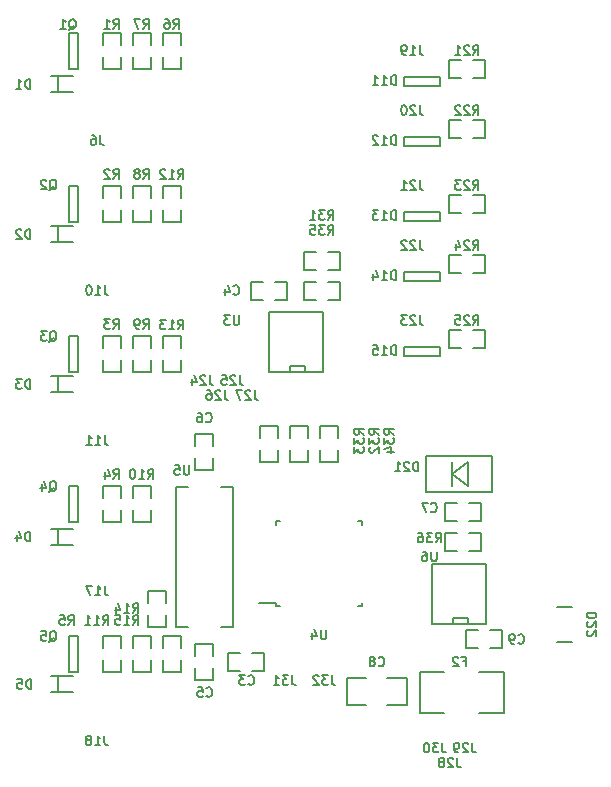
<source format=gbr>
G04 #@! TF.GenerationSoftware,KiCad,Pcbnew,5.0.2-bee76a0~70~ubuntu18.04.1*
G04 #@! TF.CreationDate,2019-03-07T21:00:06+01:00*
G04 #@! TF.ProjectId,switch_3pole_5x,73776974-6368-45f3-9370-6f6c655f3578,B*
G04 #@! TF.SameCoordinates,Original*
G04 #@! TF.FileFunction,Legend,Bot*
G04 #@! TF.FilePolarity,Positive*
%FSLAX46Y46*%
G04 Gerber Fmt 4.6, Leading zero omitted, Abs format (unit mm)*
G04 Created by KiCad (PCBNEW 5.0.2-bee76a0~70~ubuntu18.04.1) date Do 07 Mär 2019 21:00:06 CET*
%MOMM*%
%LPD*%
G01*
G04 APERTURE LIST*
%ADD10C,0.150000*%
G04 APERTURE END LIST*
D10*
G04 #@! TO.C,U3*
X164084000Y-79756000D02*
X164084000Y-80264000D01*
X165354000Y-79756000D02*
X164084000Y-79756000D01*
X165354000Y-80264000D02*
X165354000Y-79756000D01*
X162306000Y-80264000D02*
X166878000Y-80264000D01*
X162306000Y-75184000D02*
X162306000Y-80264000D01*
X166878000Y-75184000D02*
X162306000Y-75184000D01*
X166878000Y-80264000D02*
X166878000Y-75184000D01*
G04 #@! TO.C,U6*
X177927000Y-101092000D02*
X177927000Y-101600000D01*
X179197000Y-101092000D02*
X177927000Y-101092000D01*
X179197000Y-101600000D02*
X179197000Y-101092000D01*
X176149000Y-101600000D02*
X180721000Y-101600000D01*
X176149000Y-96520000D02*
X176149000Y-101600000D01*
X180721000Y-96520000D02*
X176149000Y-96520000D01*
X180721000Y-101600000D02*
X180721000Y-96520000D01*
G04 #@! TO.C,D11*
X173736000Y-55245000D02*
X173736000Y-56007000D01*
X176784000Y-55245000D02*
X173736000Y-55245000D01*
X176784000Y-56007000D02*
X176784000Y-55245000D01*
X173736000Y-56007000D02*
X176784000Y-56007000D01*
G04 #@! TO.C,D12*
X173736000Y-60325000D02*
X173736000Y-61087000D01*
X176784000Y-60325000D02*
X173736000Y-60325000D01*
X176784000Y-61087000D02*
X176784000Y-60325000D01*
X173736000Y-61087000D02*
X176784000Y-61087000D01*
G04 #@! TO.C,D13*
X173736000Y-66675000D02*
X173736000Y-67437000D01*
X176784000Y-66675000D02*
X173736000Y-66675000D01*
X176784000Y-67437000D02*
X176784000Y-66675000D01*
X173736000Y-67437000D02*
X176784000Y-67437000D01*
G04 #@! TO.C,D14*
X173736000Y-71755000D02*
X173736000Y-72517000D01*
X176784000Y-71755000D02*
X173736000Y-71755000D01*
X176784000Y-72517000D02*
X176784000Y-71755000D01*
X173736000Y-72517000D02*
X176784000Y-72517000D01*
G04 #@! TO.C,D15*
X173736000Y-78105000D02*
X173736000Y-78867000D01*
X176784000Y-78105000D02*
X173736000Y-78105000D01*
X176784000Y-78867000D02*
X176784000Y-78105000D01*
X173736000Y-78867000D02*
X176784000Y-78867000D01*
G04 #@! TO.C,D22*
X187975000Y-103100000D02*
X186675000Y-103100000D01*
X187975000Y-100100000D02*
X186675000Y-100100000D01*
G04 #@! TO.C,F2*
X182165600Y-109067600D02*
X180082800Y-109067600D01*
X182165600Y-105587800D02*
X182165600Y-109067600D01*
X180082800Y-105587800D02*
X182165600Y-105587800D01*
X175079000Y-109067600D02*
X177161800Y-109067600D01*
X175079000Y-105587800D02*
X175079000Y-109067600D01*
X177161800Y-105587800D02*
X175079000Y-105587800D01*
G04 #@! TO.C,Q1*
X145415000Y-54610000D02*
X146177000Y-54610000D01*
X145415000Y-51562000D02*
X145415000Y-54610000D01*
X146177000Y-51562000D02*
X145415000Y-51562000D01*
X146177000Y-54610000D02*
X146177000Y-51562000D01*
G04 #@! TO.C,Q2*
X145415000Y-67564000D02*
X146177000Y-67564000D01*
X145415000Y-64516000D02*
X145415000Y-67564000D01*
X146177000Y-64516000D02*
X145415000Y-64516000D01*
X146177000Y-67564000D02*
X146177000Y-64516000D01*
G04 #@! TO.C,Q3*
X145415000Y-80264000D02*
X146177000Y-80264000D01*
X145415000Y-77216000D02*
X145415000Y-80264000D01*
X146177000Y-77216000D02*
X145415000Y-77216000D01*
X146177000Y-80264000D02*
X146177000Y-77216000D01*
G04 #@! TO.C,Q4*
X145415000Y-92964000D02*
X146177000Y-92964000D01*
X145415000Y-89916000D02*
X145415000Y-92964000D01*
X146177000Y-89916000D02*
X145415000Y-89916000D01*
X146177000Y-92964000D02*
X146177000Y-89916000D01*
G04 #@! TO.C,Q5*
X145415000Y-105664000D02*
X146177000Y-105664000D01*
X145415000Y-102616000D02*
X145415000Y-105664000D01*
X146177000Y-102616000D02*
X145415000Y-102616000D01*
X146177000Y-105664000D02*
X146177000Y-102616000D01*
G04 #@! TO.C,C3*
X161861500Y-104013000D02*
X160845500Y-104013000D01*
X161861500Y-105537000D02*
X161861500Y-104013000D01*
X160845500Y-105537000D02*
X161861500Y-105537000D01*
X158813500Y-105537000D02*
X159829500Y-105537000D01*
X158813500Y-104013000D02*
X158813500Y-105537000D01*
X159829500Y-104013000D02*
X158813500Y-104013000D01*
G04 #@! TO.C,C4*
X160821000Y-74097000D02*
X161837000Y-74097000D01*
X160821000Y-72573000D02*
X160821000Y-74097000D01*
X161837000Y-72573000D02*
X160821000Y-72573000D01*
X163869000Y-72573000D02*
X162853000Y-72573000D01*
X163869000Y-74097000D02*
X163869000Y-72573000D01*
X162853000Y-74097000D02*
X163869000Y-74097000D01*
G04 #@! TO.C,C5*
X157607000Y-106299000D02*
X157607000Y-105283000D01*
X156083000Y-106299000D02*
X157607000Y-106299000D01*
X156083000Y-105283000D02*
X156083000Y-106299000D01*
X156083000Y-103251000D02*
X156083000Y-104267000D01*
X157607000Y-103251000D02*
X156083000Y-103251000D01*
X157607000Y-104267000D02*
X157607000Y-103251000D01*
G04 #@! TO.C,C6*
X156083000Y-85471000D02*
X156083000Y-86487000D01*
X157607000Y-85471000D02*
X156083000Y-85471000D01*
X157607000Y-86487000D02*
X157607000Y-85471000D01*
X157607000Y-88519000D02*
X157607000Y-87503000D01*
X156083000Y-88519000D02*
X157607000Y-88519000D01*
X156083000Y-87503000D02*
X156083000Y-88519000D01*
G04 #@! TO.C,C7*
X180276500Y-91313000D02*
X179260500Y-91313000D01*
X180276500Y-92837000D02*
X180276500Y-91313000D01*
X179260500Y-92837000D02*
X180276500Y-92837000D01*
X177228500Y-92837000D02*
X178244500Y-92837000D01*
X177228500Y-91313000D02*
X177228500Y-92837000D01*
X178244500Y-91313000D02*
X177228500Y-91313000D01*
G04 #@! TO.C,C8*
X170561000Y-108458000D02*
X168910000Y-108458000D01*
X173990000Y-106172000D02*
X172339000Y-106172000D01*
X173990000Y-108458000D02*
X173990000Y-106172000D01*
X172339000Y-108458000D02*
X173990000Y-108458000D01*
X168910000Y-106172000D02*
X170561000Y-106172000D01*
X168910000Y-108458000D02*
X168910000Y-106172000D01*
G04 #@! TO.C,C9*
X182030000Y-102108000D02*
X181014000Y-102108000D01*
X182030000Y-103632000D02*
X182030000Y-102108000D01*
X181014000Y-103632000D02*
X182030000Y-103632000D01*
X178982000Y-103632000D02*
X179998000Y-103632000D01*
X178982000Y-102108000D02*
X178982000Y-103632000D01*
X179998000Y-102108000D02*
X178982000Y-102108000D01*
G04 #@! TO.C,D1*
X143880840Y-56555640D02*
X145679160Y-56555640D01*
X145679160Y-55204360D02*
X143880840Y-55204360D01*
X144429480Y-55204360D02*
X144429480Y-56555640D01*
G04 #@! TO.C,D2*
X143880840Y-69255640D02*
X145679160Y-69255640D01*
X145679160Y-67904360D02*
X143880840Y-67904360D01*
X144429480Y-67904360D02*
X144429480Y-69255640D01*
G04 #@! TO.C,D3*
X143880840Y-81955640D02*
X145679160Y-81955640D01*
X145679160Y-80604360D02*
X143880840Y-80604360D01*
X144429480Y-80604360D02*
X144429480Y-81955640D01*
G04 #@! TO.C,D4*
X143880840Y-94869182D02*
X145679160Y-94869182D01*
X145679160Y-93517902D02*
X143880840Y-93517902D01*
X144429480Y-93517902D02*
X144429480Y-94869182D01*
G04 #@! TO.C,D5*
X143880840Y-107355640D02*
X145679160Y-107355640D01*
X145679160Y-106004360D02*
X143880840Y-106004360D01*
X144429480Y-106004360D02*
X144429480Y-107355640D01*
G04 #@! TO.C,D21*
X177800000Y-88900000D02*
X179197000Y-87884000D01*
X179197000Y-89916000D02*
X177800000Y-88900000D01*
X179197000Y-87884000D02*
X179197000Y-89916000D01*
X177800000Y-87884000D02*
X177800000Y-89916000D01*
X175641000Y-87376000D02*
X175641000Y-90424000D01*
X181229000Y-90424000D02*
X181229000Y-87376000D01*
X181229000Y-87376000D02*
X175641000Y-87376000D01*
X175641000Y-90424000D02*
X181229000Y-90424000D01*
G04 #@! TO.C,R1*
X149772000Y-54539000D02*
X149772000Y-53523000D01*
X148248000Y-54539000D02*
X149772000Y-54539000D01*
X148248000Y-53523000D02*
X148248000Y-54539000D01*
X148248000Y-51491000D02*
X148248000Y-52507000D01*
X149772000Y-51491000D02*
X148248000Y-51491000D01*
X149772000Y-52507000D02*
X149772000Y-51491000D01*
G04 #@! TO.C,R2*
X149772000Y-67564000D02*
X149772000Y-66548000D01*
X148248000Y-67564000D02*
X149772000Y-67564000D01*
X148248000Y-66548000D02*
X148248000Y-67564000D01*
X148248000Y-64516000D02*
X148248000Y-65532000D01*
X149772000Y-64516000D02*
X148248000Y-64516000D01*
X149772000Y-65532000D02*
X149772000Y-64516000D01*
G04 #@! TO.C,R3*
X149772000Y-80264000D02*
X149772000Y-79248000D01*
X148248000Y-80264000D02*
X149772000Y-80264000D01*
X148248000Y-79248000D02*
X148248000Y-80264000D01*
X148248000Y-77216000D02*
X148248000Y-78232000D01*
X149772000Y-77216000D02*
X148248000Y-77216000D01*
X149772000Y-78232000D02*
X149772000Y-77216000D01*
G04 #@! TO.C,R4*
X149772000Y-92964000D02*
X149772000Y-91948000D01*
X148248000Y-92964000D02*
X149772000Y-92964000D01*
X148248000Y-91948000D02*
X148248000Y-92964000D01*
X148248000Y-89916000D02*
X148248000Y-90932000D01*
X149772000Y-89916000D02*
X148248000Y-89916000D01*
X149772000Y-90932000D02*
X149772000Y-89916000D01*
G04 #@! TO.C,R5*
X149772000Y-105664000D02*
X149772000Y-104648000D01*
X148248000Y-105664000D02*
X149772000Y-105664000D01*
X148248000Y-104648000D02*
X148248000Y-105664000D01*
X148248000Y-102616000D02*
X148248000Y-103632000D01*
X149772000Y-102616000D02*
X148248000Y-102616000D01*
X149772000Y-103632000D02*
X149772000Y-102616000D01*
G04 #@! TO.C,R7*
X152312000Y-54539000D02*
X152312000Y-53523000D01*
X150788000Y-54539000D02*
X152312000Y-54539000D01*
X150788000Y-53523000D02*
X150788000Y-54539000D01*
X150788000Y-51491000D02*
X150788000Y-52507000D01*
X152312000Y-51491000D02*
X150788000Y-51491000D01*
X152312000Y-52507000D02*
X152312000Y-51491000D01*
G04 #@! TO.C,R8*
X152312000Y-67564000D02*
X152312000Y-66548000D01*
X150788000Y-67564000D02*
X152312000Y-67564000D01*
X150788000Y-66548000D02*
X150788000Y-67564000D01*
X150788000Y-64516000D02*
X150788000Y-65532000D01*
X152312000Y-64516000D02*
X150788000Y-64516000D01*
X152312000Y-65532000D02*
X152312000Y-64516000D01*
G04 #@! TO.C,R9*
X152312000Y-80264000D02*
X152312000Y-79248000D01*
X150788000Y-80264000D02*
X152312000Y-80264000D01*
X150788000Y-79248000D02*
X150788000Y-80264000D01*
X150788000Y-77216000D02*
X150788000Y-78232000D01*
X152312000Y-77216000D02*
X150788000Y-77216000D01*
X152312000Y-78232000D02*
X152312000Y-77216000D01*
G04 #@! TO.C,R10*
X152312000Y-92964000D02*
X152312000Y-91948000D01*
X150788000Y-92964000D02*
X152312000Y-92964000D01*
X150788000Y-91948000D02*
X150788000Y-92964000D01*
X150788000Y-89916000D02*
X150788000Y-90932000D01*
X152312000Y-89916000D02*
X150788000Y-89916000D01*
X152312000Y-90932000D02*
X152312000Y-89916000D01*
G04 #@! TO.C,R11*
X152312000Y-105664000D02*
X152312000Y-104648000D01*
X150788000Y-105664000D02*
X152312000Y-105664000D01*
X150788000Y-104648000D02*
X150788000Y-105664000D01*
X150788000Y-102616000D02*
X150788000Y-103632000D01*
X152312000Y-102616000D02*
X150788000Y-102616000D01*
X152312000Y-103632000D02*
X152312000Y-102616000D01*
G04 #@! TO.C,R21*
X180594000Y-53848000D02*
X179578000Y-53848000D01*
X180594000Y-55372000D02*
X180594000Y-53848000D01*
X179578000Y-55372000D02*
X180594000Y-55372000D01*
X177546000Y-55372000D02*
X178562000Y-55372000D01*
X177546000Y-53848000D02*
X177546000Y-55372000D01*
X178562000Y-53848000D02*
X177546000Y-53848000D01*
G04 #@! TO.C,R22*
X180594000Y-58928000D02*
X179578000Y-58928000D01*
X180594000Y-60452000D02*
X180594000Y-58928000D01*
X179578000Y-60452000D02*
X180594000Y-60452000D01*
X177546000Y-60452000D02*
X178562000Y-60452000D01*
X177546000Y-58928000D02*
X177546000Y-60452000D01*
X178562000Y-58928000D02*
X177546000Y-58928000D01*
G04 #@! TO.C,R23*
X180594000Y-65278000D02*
X179578000Y-65278000D01*
X180594000Y-66802000D02*
X180594000Y-65278000D01*
X179578000Y-66802000D02*
X180594000Y-66802000D01*
X177546000Y-66802000D02*
X178562000Y-66802000D01*
X177546000Y-65278000D02*
X177546000Y-66802000D01*
X178562000Y-65278000D02*
X177546000Y-65278000D01*
G04 #@! TO.C,R24*
X180594000Y-70358000D02*
X179578000Y-70358000D01*
X180594000Y-71882000D02*
X180594000Y-70358000D01*
X179578000Y-71882000D02*
X180594000Y-71882000D01*
X177546000Y-71882000D02*
X178562000Y-71882000D01*
X177546000Y-70358000D02*
X177546000Y-71882000D01*
X178562000Y-70358000D02*
X177546000Y-70358000D01*
G04 #@! TO.C,R25*
X180594000Y-76708000D02*
X179578000Y-76708000D01*
X180594000Y-78232000D02*
X180594000Y-76708000D01*
X179578000Y-78232000D02*
X180594000Y-78232000D01*
X177546000Y-78232000D02*
X178562000Y-78232000D01*
X177546000Y-76708000D02*
X177546000Y-78232000D01*
X178562000Y-76708000D02*
X177546000Y-76708000D01*
G04 #@! TO.C,R31*
X168314000Y-70033000D02*
X167298000Y-70033000D01*
X168314000Y-71557000D02*
X168314000Y-70033000D01*
X167298000Y-71557000D02*
X168314000Y-71557000D01*
X165266000Y-71557000D02*
X166282000Y-71557000D01*
X165266000Y-70033000D02*
X165266000Y-71557000D01*
X166282000Y-70033000D02*
X165266000Y-70033000D01*
G04 #@! TO.C,R32*
X164123000Y-84836000D02*
X164123000Y-85852000D01*
X165647000Y-84836000D02*
X164123000Y-84836000D01*
X165647000Y-85852000D02*
X165647000Y-84836000D01*
X165647000Y-87884000D02*
X165647000Y-86868000D01*
X164123000Y-87884000D02*
X165647000Y-87884000D01*
X164123000Y-86868000D02*
X164123000Y-87884000D01*
G04 #@! TO.C,R33*
X161583000Y-84836000D02*
X161583000Y-85852000D01*
X163107000Y-84836000D02*
X161583000Y-84836000D01*
X163107000Y-85852000D02*
X163107000Y-84836000D01*
X163107000Y-87884000D02*
X163107000Y-86868000D01*
X161583000Y-87884000D02*
X163107000Y-87884000D01*
X161583000Y-86868000D02*
X161583000Y-87884000D01*
G04 #@! TO.C,R34*
X166663000Y-84836000D02*
X166663000Y-85852000D01*
X168187000Y-84836000D02*
X166663000Y-84836000D01*
X168187000Y-85852000D02*
X168187000Y-84836000D01*
X168187000Y-87884000D02*
X168187000Y-86868000D01*
X166663000Y-87884000D02*
X168187000Y-87884000D01*
X166663000Y-86868000D02*
X166663000Y-87884000D01*
G04 #@! TO.C,R35*
X168314000Y-72573000D02*
X167298000Y-72573000D01*
X168314000Y-74097000D02*
X168314000Y-72573000D01*
X167298000Y-74097000D02*
X168314000Y-74097000D01*
X165266000Y-74097000D02*
X166282000Y-74097000D01*
X165266000Y-72573000D02*
X165266000Y-74097000D01*
X166282000Y-72573000D02*
X165266000Y-72573000D01*
G04 #@! TO.C,R36*
X177228500Y-95377000D02*
X178244500Y-95377000D01*
X177228500Y-93853000D02*
X177228500Y-95377000D01*
X178244500Y-93853000D02*
X177228500Y-93853000D01*
X180276500Y-93853000D02*
X179260500Y-93853000D01*
X180276500Y-95377000D02*
X180276500Y-93853000D01*
X179260500Y-95377000D02*
X180276500Y-95377000D01*
G04 #@! TO.C,U5*
X159245300Y-89984580D02*
X159245300Y-101785420D01*
X154444700Y-101785420D02*
X154444700Y-89984580D01*
X154444700Y-89984580D02*
X155445460Y-89984580D01*
X159245300Y-89984580D02*
X158244540Y-89984580D01*
X159245300Y-101785420D02*
X158244540Y-101785420D01*
X154444700Y-101785420D02*
X155445460Y-101785420D01*
G04 #@! TO.C,R6*
X153328000Y-51491000D02*
X153328000Y-52507000D01*
X154852000Y-51491000D02*
X153328000Y-51491000D01*
X154852000Y-52507000D02*
X154852000Y-51491000D01*
X154852000Y-54539000D02*
X154852000Y-53523000D01*
X153328000Y-54539000D02*
X154852000Y-54539000D01*
X153328000Y-53523000D02*
X153328000Y-54539000D01*
G04 #@! TO.C,R12*
X153328000Y-64508500D02*
X153328000Y-65524500D01*
X154852000Y-64508500D02*
X153328000Y-64508500D01*
X154852000Y-65524500D02*
X154852000Y-64508500D01*
X154852000Y-67556500D02*
X154852000Y-66540500D01*
X153328000Y-67556500D02*
X154852000Y-67556500D01*
X153328000Y-66540500D02*
X153328000Y-67556500D01*
G04 #@! TO.C,R13*
X153328000Y-77208500D02*
X153328000Y-78224500D01*
X154852000Y-77208500D02*
X153328000Y-77208500D01*
X154852000Y-78224500D02*
X154852000Y-77208500D01*
X154852000Y-80256500D02*
X154852000Y-79240500D01*
X153328000Y-80256500D02*
X154852000Y-80256500D01*
X153328000Y-79240500D02*
X153328000Y-80256500D01*
G04 #@! TO.C,R14*
X153582000Y-101846500D02*
X153582000Y-100830500D01*
X152058000Y-101846500D02*
X153582000Y-101846500D01*
X152058000Y-100830500D02*
X152058000Y-101846500D01*
X152058000Y-98798500D02*
X152058000Y-99814500D01*
X153582000Y-98798500D02*
X152058000Y-98798500D01*
X153582000Y-99814500D02*
X153582000Y-98798500D01*
G04 #@! TO.C,R15*
X153328000Y-102608500D02*
X153328000Y-103624500D01*
X154852000Y-102608500D02*
X153328000Y-102608500D01*
X154852000Y-103624500D02*
X154852000Y-102608500D01*
X154852000Y-105656500D02*
X154852000Y-104640500D01*
X153328000Y-105656500D02*
X154852000Y-105656500D01*
X153328000Y-104640500D02*
X153328000Y-105656500D01*
G04 #@! TO.C,U4*
X162911000Y-100074000D02*
X162911000Y-99749000D01*
X170161000Y-100074000D02*
X170161000Y-99749000D01*
X170161000Y-92824000D02*
X170161000Y-93149000D01*
X162911000Y-92824000D02*
X162911000Y-93149000D01*
X162911000Y-100074000D02*
X163236000Y-100074000D01*
X162911000Y-92824000D02*
X163236000Y-92824000D01*
X170161000Y-92824000D02*
X169836000Y-92824000D01*
X170161000Y-100074000D02*
X169836000Y-100074000D01*
X162911000Y-99749000D02*
X161486000Y-99749000D01*
G04 #@! TO.C,U3*
X159779523Y-75436904D02*
X159779523Y-76084523D01*
X159741428Y-76160714D01*
X159703333Y-76198809D01*
X159627142Y-76236904D01*
X159474761Y-76236904D01*
X159398571Y-76198809D01*
X159360476Y-76160714D01*
X159322380Y-76084523D01*
X159322380Y-75436904D01*
X159017619Y-75436904D02*
X158522380Y-75436904D01*
X158789047Y-75741666D01*
X158674761Y-75741666D01*
X158598571Y-75779761D01*
X158560476Y-75817857D01*
X158522380Y-75894047D01*
X158522380Y-76084523D01*
X158560476Y-76160714D01*
X158598571Y-76198809D01*
X158674761Y-76236904D01*
X158903333Y-76236904D01*
X158979523Y-76198809D01*
X159017619Y-76160714D01*
G04 #@! TO.C,U6*
X176504523Y-95446904D02*
X176504523Y-96094523D01*
X176466428Y-96170714D01*
X176428333Y-96208809D01*
X176352142Y-96246904D01*
X176199761Y-96246904D01*
X176123571Y-96208809D01*
X176085476Y-96170714D01*
X176047380Y-96094523D01*
X176047380Y-95446904D01*
X175323571Y-95446904D02*
X175475952Y-95446904D01*
X175552142Y-95485000D01*
X175590238Y-95523095D01*
X175666428Y-95637380D01*
X175704523Y-95789761D01*
X175704523Y-96094523D01*
X175666428Y-96170714D01*
X175628333Y-96208809D01*
X175552142Y-96246904D01*
X175399761Y-96246904D01*
X175323571Y-96208809D01*
X175285476Y-96170714D01*
X175247380Y-96094523D01*
X175247380Y-95904047D01*
X175285476Y-95827857D01*
X175323571Y-95789761D01*
X175399761Y-95751666D01*
X175552142Y-95751666D01*
X175628333Y-95789761D01*
X175666428Y-95827857D01*
X175704523Y-95904047D01*
G04 #@! TO.C,D11*
X173056428Y-55916904D02*
X173056428Y-55116904D01*
X172865952Y-55116904D01*
X172751666Y-55155000D01*
X172675476Y-55231190D01*
X172637380Y-55307380D01*
X172599285Y-55459761D01*
X172599285Y-55574047D01*
X172637380Y-55726428D01*
X172675476Y-55802619D01*
X172751666Y-55878809D01*
X172865952Y-55916904D01*
X173056428Y-55916904D01*
X171837380Y-55916904D02*
X172294523Y-55916904D01*
X172065952Y-55916904D02*
X172065952Y-55116904D01*
X172142142Y-55231190D01*
X172218333Y-55307380D01*
X172294523Y-55345476D01*
X171075476Y-55916904D02*
X171532619Y-55916904D01*
X171304047Y-55916904D02*
X171304047Y-55116904D01*
X171380238Y-55231190D01*
X171456428Y-55307380D01*
X171532619Y-55345476D01*
G04 #@! TO.C,D12*
X173056428Y-60996904D02*
X173056428Y-60196904D01*
X172865952Y-60196904D01*
X172751666Y-60235000D01*
X172675476Y-60311190D01*
X172637380Y-60387380D01*
X172599285Y-60539761D01*
X172599285Y-60654047D01*
X172637380Y-60806428D01*
X172675476Y-60882619D01*
X172751666Y-60958809D01*
X172865952Y-60996904D01*
X173056428Y-60996904D01*
X171837380Y-60996904D02*
X172294523Y-60996904D01*
X172065952Y-60996904D02*
X172065952Y-60196904D01*
X172142142Y-60311190D01*
X172218333Y-60387380D01*
X172294523Y-60425476D01*
X171532619Y-60273095D02*
X171494523Y-60235000D01*
X171418333Y-60196904D01*
X171227857Y-60196904D01*
X171151666Y-60235000D01*
X171113571Y-60273095D01*
X171075476Y-60349285D01*
X171075476Y-60425476D01*
X171113571Y-60539761D01*
X171570714Y-60996904D01*
X171075476Y-60996904D01*
G04 #@! TO.C,D13*
X173056428Y-67346904D02*
X173056428Y-66546904D01*
X172865952Y-66546904D01*
X172751666Y-66585000D01*
X172675476Y-66661190D01*
X172637380Y-66737380D01*
X172599285Y-66889761D01*
X172599285Y-67004047D01*
X172637380Y-67156428D01*
X172675476Y-67232619D01*
X172751666Y-67308809D01*
X172865952Y-67346904D01*
X173056428Y-67346904D01*
X171837380Y-67346904D02*
X172294523Y-67346904D01*
X172065952Y-67346904D02*
X172065952Y-66546904D01*
X172142142Y-66661190D01*
X172218333Y-66737380D01*
X172294523Y-66775476D01*
X171570714Y-66546904D02*
X171075476Y-66546904D01*
X171342142Y-66851666D01*
X171227857Y-66851666D01*
X171151666Y-66889761D01*
X171113571Y-66927857D01*
X171075476Y-67004047D01*
X171075476Y-67194523D01*
X171113571Y-67270714D01*
X171151666Y-67308809D01*
X171227857Y-67346904D01*
X171456428Y-67346904D01*
X171532619Y-67308809D01*
X171570714Y-67270714D01*
G04 #@! TO.C,D14*
X173056428Y-72426904D02*
X173056428Y-71626904D01*
X172865952Y-71626904D01*
X172751666Y-71665000D01*
X172675476Y-71741190D01*
X172637380Y-71817380D01*
X172599285Y-71969761D01*
X172599285Y-72084047D01*
X172637380Y-72236428D01*
X172675476Y-72312619D01*
X172751666Y-72388809D01*
X172865952Y-72426904D01*
X173056428Y-72426904D01*
X171837380Y-72426904D02*
X172294523Y-72426904D01*
X172065952Y-72426904D02*
X172065952Y-71626904D01*
X172142142Y-71741190D01*
X172218333Y-71817380D01*
X172294523Y-71855476D01*
X171151666Y-71893571D02*
X171151666Y-72426904D01*
X171342142Y-71588809D02*
X171532619Y-72160238D01*
X171037380Y-72160238D01*
G04 #@! TO.C,D15*
X173056428Y-78776904D02*
X173056428Y-77976904D01*
X172865952Y-77976904D01*
X172751666Y-78015000D01*
X172675476Y-78091190D01*
X172637380Y-78167380D01*
X172599285Y-78319761D01*
X172599285Y-78434047D01*
X172637380Y-78586428D01*
X172675476Y-78662619D01*
X172751666Y-78738809D01*
X172865952Y-78776904D01*
X173056428Y-78776904D01*
X171837380Y-78776904D02*
X172294523Y-78776904D01*
X172065952Y-78776904D02*
X172065952Y-77976904D01*
X172142142Y-78091190D01*
X172218333Y-78167380D01*
X172294523Y-78205476D01*
X171113571Y-77976904D02*
X171494523Y-77976904D01*
X171532619Y-78357857D01*
X171494523Y-78319761D01*
X171418333Y-78281666D01*
X171227857Y-78281666D01*
X171151666Y-78319761D01*
X171113571Y-78357857D01*
X171075476Y-78434047D01*
X171075476Y-78624523D01*
X171113571Y-78700714D01*
X171151666Y-78738809D01*
X171227857Y-78776904D01*
X171418333Y-78776904D01*
X171494523Y-78738809D01*
X171532619Y-78700714D01*
G04 #@! TO.C,D22*
X190011904Y-100628571D02*
X189211904Y-100628571D01*
X189211904Y-100819047D01*
X189250000Y-100933333D01*
X189326190Y-101009523D01*
X189402380Y-101047619D01*
X189554761Y-101085714D01*
X189669047Y-101085714D01*
X189821428Y-101047619D01*
X189897619Y-101009523D01*
X189973809Y-100933333D01*
X190011904Y-100819047D01*
X190011904Y-100628571D01*
X189288095Y-101390476D02*
X189250000Y-101428571D01*
X189211904Y-101504761D01*
X189211904Y-101695238D01*
X189250000Y-101771428D01*
X189288095Y-101809523D01*
X189364285Y-101847619D01*
X189440476Y-101847619D01*
X189554761Y-101809523D01*
X190011904Y-101352380D01*
X190011904Y-101847619D01*
X189288095Y-102152380D02*
X189250000Y-102190476D01*
X189211904Y-102266666D01*
X189211904Y-102457142D01*
X189250000Y-102533333D01*
X189288095Y-102571428D01*
X189364285Y-102609523D01*
X189440476Y-102609523D01*
X189554761Y-102571428D01*
X190011904Y-102114285D01*
X190011904Y-102609523D01*
G04 #@! TO.C,F2*
X178701666Y-104717857D02*
X178968333Y-104717857D01*
X178968333Y-105136904D02*
X178968333Y-104336904D01*
X178587380Y-104336904D01*
X178320714Y-104413095D02*
X178282619Y-104375000D01*
X178206428Y-104336904D01*
X178015952Y-104336904D01*
X177939761Y-104375000D01*
X177901666Y-104413095D01*
X177863571Y-104489285D01*
X177863571Y-104565476D01*
X177901666Y-104679761D01*
X178358809Y-105136904D01*
X177863571Y-105136904D01*
G04 #@! TO.C,Q1*
X145364190Y-51238095D02*
X145440380Y-51200000D01*
X145516571Y-51123809D01*
X145630857Y-51009523D01*
X145707047Y-50971428D01*
X145783238Y-50971428D01*
X145745142Y-51161904D02*
X145821333Y-51123809D01*
X145897523Y-51047619D01*
X145935619Y-50895238D01*
X145935619Y-50628571D01*
X145897523Y-50476190D01*
X145821333Y-50400000D01*
X145745142Y-50361904D01*
X145592761Y-50361904D01*
X145516571Y-50400000D01*
X145440380Y-50476190D01*
X145402285Y-50628571D01*
X145402285Y-50895238D01*
X145440380Y-51047619D01*
X145516571Y-51123809D01*
X145592761Y-51161904D01*
X145745142Y-51161904D01*
X144640380Y-51161904D02*
X145097523Y-51161904D01*
X144868952Y-51161904D02*
X144868952Y-50361904D01*
X144945142Y-50476190D01*
X145021333Y-50552380D01*
X145097523Y-50590476D01*
G04 #@! TO.C,Q2*
X143713190Y-64827095D02*
X143789380Y-64789000D01*
X143865571Y-64712809D01*
X143979857Y-64598523D01*
X144056047Y-64560428D01*
X144132238Y-64560428D01*
X144094142Y-64750904D02*
X144170333Y-64712809D01*
X144246523Y-64636619D01*
X144284619Y-64484238D01*
X144284619Y-64217571D01*
X144246523Y-64065190D01*
X144170333Y-63989000D01*
X144094142Y-63950904D01*
X143941761Y-63950904D01*
X143865571Y-63989000D01*
X143789380Y-64065190D01*
X143751285Y-64217571D01*
X143751285Y-64484238D01*
X143789380Y-64636619D01*
X143865571Y-64712809D01*
X143941761Y-64750904D01*
X144094142Y-64750904D01*
X143446523Y-64027095D02*
X143408428Y-63989000D01*
X143332238Y-63950904D01*
X143141761Y-63950904D01*
X143065571Y-63989000D01*
X143027476Y-64027095D01*
X142989380Y-64103285D01*
X142989380Y-64179476D01*
X143027476Y-64293761D01*
X143484619Y-64750904D01*
X142989380Y-64750904D01*
G04 #@! TO.C,Q3*
X143713190Y-77654095D02*
X143789380Y-77616000D01*
X143865571Y-77539809D01*
X143979857Y-77425523D01*
X144056047Y-77387428D01*
X144132238Y-77387428D01*
X144094142Y-77577904D02*
X144170333Y-77539809D01*
X144246523Y-77463619D01*
X144284619Y-77311238D01*
X144284619Y-77044571D01*
X144246523Y-76892190D01*
X144170333Y-76816000D01*
X144094142Y-76777904D01*
X143941761Y-76777904D01*
X143865571Y-76816000D01*
X143789380Y-76892190D01*
X143751285Y-77044571D01*
X143751285Y-77311238D01*
X143789380Y-77463619D01*
X143865571Y-77539809D01*
X143941761Y-77577904D01*
X144094142Y-77577904D01*
X143484619Y-76777904D02*
X142989380Y-76777904D01*
X143256047Y-77082666D01*
X143141761Y-77082666D01*
X143065571Y-77120761D01*
X143027476Y-77158857D01*
X142989380Y-77235047D01*
X142989380Y-77425523D01*
X143027476Y-77501714D01*
X143065571Y-77539809D01*
X143141761Y-77577904D01*
X143370333Y-77577904D01*
X143446523Y-77539809D01*
X143484619Y-77501714D01*
G04 #@! TO.C,Q4*
X143713190Y-90354095D02*
X143789380Y-90316000D01*
X143865571Y-90239809D01*
X143979857Y-90125523D01*
X144056047Y-90087428D01*
X144132238Y-90087428D01*
X144094142Y-90277904D02*
X144170333Y-90239809D01*
X144246523Y-90163619D01*
X144284619Y-90011238D01*
X144284619Y-89744571D01*
X144246523Y-89592190D01*
X144170333Y-89516000D01*
X144094142Y-89477904D01*
X143941761Y-89477904D01*
X143865571Y-89516000D01*
X143789380Y-89592190D01*
X143751285Y-89744571D01*
X143751285Y-90011238D01*
X143789380Y-90163619D01*
X143865571Y-90239809D01*
X143941761Y-90277904D01*
X144094142Y-90277904D01*
X143065571Y-89744571D02*
X143065571Y-90277904D01*
X143256047Y-89439809D02*
X143446523Y-90011238D01*
X142951285Y-90011238D01*
G04 #@! TO.C,Q5*
X143713190Y-103054095D02*
X143789380Y-103016000D01*
X143865571Y-102939809D01*
X143979857Y-102825523D01*
X144056047Y-102787428D01*
X144132238Y-102787428D01*
X144094142Y-102977904D02*
X144170333Y-102939809D01*
X144246523Y-102863619D01*
X144284619Y-102711238D01*
X144284619Y-102444571D01*
X144246523Y-102292190D01*
X144170333Y-102216000D01*
X144094142Y-102177904D01*
X143941761Y-102177904D01*
X143865571Y-102216000D01*
X143789380Y-102292190D01*
X143751285Y-102444571D01*
X143751285Y-102711238D01*
X143789380Y-102863619D01*
X143865571Y-102939809D01*
X143941761Y-102977904D01*
X144094142Y-102977904D01*
X143027476Y-102177904D02*
X143408428Y-102177904D01*
X143446523Y-102558857D01*
X143408428Y-102520761D01*
X143332238Y-102482666D01*
X143141761Y-102482666D01*
X143065571Y-102520761D01*
X143027476Y-102558857D01*
X142989380Y-102635047D01*
X142989380Y-102825523D01*
X143027476Y-102901714D01*
X143065571Y-102939809D01*
X143141761Y-102977904D01*
X143332238Y-102977904D01*
X143408428Y-102939809D01*
X143446523Y-102901714D01*
G04 #@! TO.C,C3*
X160573333Y-106640714D02*
X160611428Y-106678809D01*
X160725714Y-106716904D01*
X160801904Y-106716904D01*
X160916190Y-106678809D01*
X160992380Y-106602619D01*
X161030476Y-106526428D01*
X161068571Y-106374047D01*
X161068571Y-106259761D01*
X161030476Y-106107380D01*
X160992380Y-106031190D01*
X160916190Y-105955000D01*
X160801904Y-105916904D01*
X160725714Y-105916904D01*
X160611428Y-105955000D01*
X160573333Y-105993095D01*
X160306666Y-105916904D02*
X159811428Y-105916904D01*
X160078095Y-106221666D01*
X159963809Y-106221666D01*
X159887619Y-106259761D01*
X159849523Y-106297857D01*
X159811428Y-106374047D01*
X159811428Y-106564523D01*
X159849523Y-106640714D01*
X159887619Y-106678809D01*
X159963809Y-106716904D01*
X160192380Y-106716904D01*
X160268571Y-106678809D01*
X160306666Y-106640714D01*
G04 #@! TO.C,C4*
X159303333Y-73620714D02*
X159341428Y-73658809D01*
X159455714Y-73696904D01*
X159531904Y-73696904D01*
X159646190Y-73658809D01*
X159722380Y-73582619D01*
X159760476Y-73506428D01*
X159798571Y-73354047D01*
X159798571Y-73239761D01*
X159760476Y-73087380D01*
X159722380Y-73011190D01*
X159646190Y-72935000D01*
X159531904Y-72896904D01*
X159455714Y-72896904D01*
X159341428Y-72935000D01*
X159303333Y-72973095D01*
X158617619Y-73163571D02*
X158617619Y-73696904D01*
X158808095Y-72858809D02*
X158998571Y-73430238D01*
X158503333Y-73430238D01*
G04 #@! TO.C,C5*
X157017333Y-107656714D02*
X157055428Y-107694809D01*
X157169714Y-107732904D01*
X157245904Y-107732904D01*
X157360190Y-107694809D01*
X157436380Y-107618619D01*
X157474476Y-107542428D01*
X157512571Y-107390047D01*
X157512571Y-107275761D01*
X157474476Y-107123380D01*
X157436380Y-107047190D01*
X157360190Y-106971000D01*
X157245904Y-106932904D01*
X157169714Y-106932904D01*
X157055428Y-106971000D01*
X157017333Y-107009095D01*
X156293523Y-106932904D02*
X156674476Y-106932904D01*
X156712571Y-107313857D01*
X156674476Y-107275761D01*
X156598285Y-107237666D01*
X156407809Y-107237666D01*
X156331619Y-107275761D01*
X156293523Y-107313857D01*
X156255428Y-107390047D01*
X156255428Y-107580523D01*
X156293523Y-107656714D01*
X156331619Y-107694809D01*
X156407809Y-107732904D01*
X156598285Y-107732904D01*
X156674476Y-107694809D01*
X156712571Y-107656714D01*
G04 #@! TO.C,C6*
X156978333Y-84415714D02*
X157016428Y-84453809D01*
X157130714Y-84491904D01*
X157206904Y-84491904D01*
X157321190Y-84453809D01*
X157397380Y-84377619D01*
X157435476Y-84301428D01*
X157473571Y-84149047D01*
X157473571Y-84034761D01*
X157435476Y-83882380D01*
X157397380Y-83806190D01*
X157321190Y-83730000D01*
X157206904Y-83691904D01*
X157130714Y-83691904D01*
X157016428Y-83730000D01*
X156978333Y-83768095D01*
X156292619Y-83691904D02*
X156445000Y-83691904D01*
X156521190Y-83730000D01*
X156559285Y-83768095D01*
X156635476Y-83882380D01*
X156673571Y-84034761D01*
X156673571Y-84339523D01*
X156635476Y-84415714D01*
X156597380Y-84453809D01*
X156521190Y-84491904D01*
X156368809Y-84491904D01*
X156292619Y-84453809D01*
X156254523Y-84415714D01*
X156216428Y-84339523D01*
X156216428Y-84149047D01*
X156254523Y-84072857D01*
X156292619Y-84034761D01*
X156368809Y-83996666D01*
X156521190Y-83996666D01*
X156597380Y-84034761D01*
X156635476Y-84072857D01*
X156673571Y-84149047D01*
G04 #@! TO.C,C7*
X176028333Y-92035714D02*
X176066428Y-92073809D01*
X176180714Y-92111904D01*
X176256904Y-92111904D01*
X176371190Y-92073809D01*
X176447380Y-91997619D01*
X176485476Y-91921428D01*
X176523571Y-91769047D01*
X176523571Y-91654761D01*
X176485476Y-91502380D01*
X176447380Y-91426190D01*
X176371190Y-91350000D01*
X176256904Y-91311904D01*
X176180714Y-91311904D01*
X176066428Y-91350000D01*
X176028333Y-91388095D01*
X175761666Y-91311904D02*
X175228333Y-91311904D01*
X175571190Y-92111904D01*
G04 #@! TO.C,C8*
X171583333Y-105060714D02*
X171621428Y-105098809D01*
X171735714Y-105136904D01*
X171811904Y-105136904D01*
X171926190Y-105098809D01*
X172002380Y-105022619D01*
X172040476Y-104946428D01*
X172078571Y-104794047D01*
X172078571Y-104679761D01*
X172040476Y-104527380D01*
X172002380Y-104451190D01*
X171926190Y-104375000D01*
X171811904Y-104336904D01*
X171735714Y-104336904D01*
X171621428Y-104375000D01*
X171583333Y-104413095D01*
X171126190Y-104679761D02*
X171202380Y-104641666D01*
X171240476Y-104603571D01*
X171278571Y-104527380D01*
X171278571Y-104489285D01*
X171240476Y-104413095D01*
X171202380Y-104375000D01*
X171126190Y-104336904D01*
X170973809Y-104336904D01*
X170897619Y-104375000D01*
X170859523Y-104413095D01*
X170821428Y-104489285D01*
X170821428Y-104527380D01*
X170859523Y-104603571D01*
X170897619Y-104641666D01*
X170973809Y-104679761D01*
X171126190Y-104679761D01*
X171202380Y-104717857D01*
X171240476Y-104755952D01*
X171278571Y-104832142D01*
X171278571Y-104984523D01*
X171240476Y-105060714D01*
X171202380Y-105098809D01*
X171126190Y-105136904D01*
X170973809Y-105136904D01*
X170897619Y-105098809D01*
X170859523Y-105060714D01*
X170821428Y-104984523D01*
X170821428Y-104832142D01*
X170859523Y-104755952D01*
X170897619Y-104717857D01*
X170973809Y-104679761D01*
G04 #@! TO.C,C9*
X183433333Y-103155714D02*
X183471428Y-103193809D01*
X183585714Y-103231904D01*
X183661904Y-103231904D01*
X183776190Y-103193809D01*
X183852380Y-103117619D01*
X183890476Y-103041428D01*
X183928571Y-102889047D01*
X183928571Y-102774761D01*
X183890476Y-102622380D01*
X183852380Y-102546190D01*
X183776190Y-102470000D01*
X183661904Y-102431904D01*
X183585714Y-102431904D01*
X183471428Y-102470000D01*
X183433333Y-102508095D01*
X183052380Y-103231904D02*
X182900000Y-103231904D01*
X182823809Y-103193809D01*
X182785714Y-103155714D01*
X182709523Y-103041428D01*
X182671428Y-102889047D01*
X182671428Y-102584285D01*
X182709523Y-102508095D01*
X182747619Y-102470000D01*
X182823809Y-102431904D01*
X182976190Y-102431904D01*
X183052380Y-102470000D01*
X183090476Y-102508095D01*
X183128571Y-102584285D01*
X183128571Y-102774761D01*
X183090476Y-102850952D01*
X183052380Y-102889047D01*
X182976190Y-102927142D01*
X182823809Y-102927142D01*
X182747619Y-102889047D01*
X182709523Y-102850952D01*
X182671428Y-102774761D01*
G04 #@! TO.C,D1*
X142101496Y-56241904D02*
X142101496Y-55441904D01*
X141911020Y-55441904D01*
X141796734Y-55480000D01*
X141720543Y-55556190D01*
X141682448Y-55632380D01*
X141644353Y-55784761D01*
X141644353Y-55899047D01*
X141682448Y-56051428D01*
X141720543Y-56127619D01*
X141796734Y-56203809D01*
X141911020Y-56241904D01*
X142101496Y-56241904D01*
X140882448Y-56241904D02*
X141339591Y-56241904D01*
X141111020Y-56241904D02*
X141111020Y-55441904D01*
X141187210Y-55556190D01*
X141263400Y-55632380D01*
X141339591Y-55670476D01*
G04 #@! TO.C,D2*
X142101496Y-68941904D02*
X142101496Y-68141904D01*
X141911020Y-68141904D01*
X141796734Y-68180000D01*
X141720543Y-68256190D01*
X141682448Y-68332380D01*
X141644353Y-68484761D01*
X141644353Y-68599047D01*
X141682448Y-68751428D01*
X141720543Y-68827619D01*
X141796734Y-68903809D01*
X141911020Y-68941904D01*
X142101496Y-68941904D01*
X141339591Y-68218095D02*
X141301496Y-68180000D01*
X141225305Y-68141904D01*
X141034829Y-68141904D01*
X140958639Y-68180000D01*
X140920543Y-68218095D01*
X140882448Y-68294285D01*
X140882448Y-68370476D01*
X140920543Y-68484761D01*
X141377686Y-68941904D01*
X140882448Y-68941904D01*
G04 #@! TO.C,D3*
X142101496Y-81641904D02*
X142101496Y-80841904D01*
X141911020Y-80841904D01*
X141796734Y-80880000D01*
X141720543Y-80956190D01*
X141682448Y-81032380D01*
X141644353Y-81184761D01*
X141644353Y-81299047D01*
X141682448Y-81451428D01*
X141720543Y-81527619D01*
X141796734Y-81603809D01*
X141911020Y-81641904D01*
X142101496Y-81641904D01*
X141377686Y-80841904D02*
X140882448Y-80841904D01*
X141149115Y-81146666D01*
X141034829Y-81146666D01*
X140958639Y-81184761D01*
X140920543Y-81222857D01*
X140882448Y-81299047D01*
X140882448Y-81489523D01*
X140920543Y-81565714D01*
X140958639Y-81603809D01*
X141034829Y-81641904D01*
X141263400Y-81641904D01*
X141339591Y-81603809D01*
X141377686Y-81565714D01*
G04 #@! TO.C,D4*
X142101496Y-94555446D02*
X142101496Y-93755446D01*
X141911020Y-93755446D01*
X141796734Y-93793542D01*
X141720543Y-93869732D01*
X141682448Y-93945922D01*
X141644353Y-94098303D01*
X141644353Y-94212589D01*
X141682448Y-94364970D01*
X141720543Y-94441161D01*
X141796734Y-94517351D01*
X141911020Y-94555446D01*
X142101496Y-94555446D01*
X140958639Y-94022113D02*
X140958639Y-94555446D01*
X141149115Y-93717351D02*
X141339591Y-94288780D01*
X140844353Y-94288780D01*
G04 #@! TO.C,D5*
X142195476Y-107041904D02*
X142195476Y-106241904D01*
X142005000Y-106241904D01*
X141890714Y-106280000D01*
X141814523Y-106356190D01*
X141776428Y-106432380D01*
X141738333Y-106584761D01*
X141738333Y-106699047D01*
X141776428Y-106851428D01*
X141814523Y-106927619D01*
X141890714Y-107003809D01*
X142005000Y-107041904D01*
X142195476Y-107041904D01*
X141014523Y-106241904D02*
X141395476Y-106241904D01*
X141433571Y-106622857D01*
X141395476Y-106584761D01*
X141319285Y-106546666D01*
X141128809Y-106546666D01*
X141052619Y-106584761D01*
X141014523Y-106622857D01*
X140976428Y-106699047D01*
X140976428Y-106889523D01*
X141014523Y-106965714D01*
X141052619Y-107003809D01*
X141128809Y-107041904D01*
X141319285Y-107041904D01*
X141395476Y-107003809D01*
X141433571Y-106965714D01*
G04 #@! TO.C,D21*
X174961428Y-88626904D02*
X174961428Y-87826904D01*
X174770952Y-87826904D01*
X174656666Y-87865000D01*
X174580476Y-87941190D01*
X174542380Y-88017380D01*
X174504285Y-88169761D01*
X174504285Y-88284047D01*
X174542380Y-88436428D01*
X174580476Y-88512619D01*
X174656666Y-88588809D01*
X174770952Y-88626904D01*
X174961428Y-88626904D01*
X174199523Y-87903095D02*
X174161428Y-87865000D01*
X174085238Y-87826904D01*
X173894761Y-87826904D01*
X173818571Y-87865000D01*
X173780476Y-87903095D01*
X173742380Y-87979285D01*
X173742380Y-88055476D01*
X173780476Y-88169761D01*
X174237619Y-88626904D01*
X173742380Y-88626904D01*
X172980476Y-88626904D02*
X173437619Y-88626904D01*
X173209047Y-88626904D02*
X173209047Y-87826904D01*
X173285238Y-87941190D01*
X173361428Y-88017380D01*
X173437619Y-88055476D01*
G04 #@! TO.C,R1*
X149143333Y-51154404D02*
X149410000Y-50773452D01*
X149600476Y-51154404D02*
X149600476Y-50354404D01*
X149295714Y-50354404D01*
X149219523Y-50392500D01*
X149181428Y-50430595D01*
X149143333Y-50506785D01*
X149143333Y-50621071D01*
X149181428Y-50697261D01*
X149219523Y-50735357D01*
X149295714Y-50773452D01*
X149600476Y-50773452D01*
X148381428Y-51154404D02*
X148838571Y-51154404D01*
X148610000Y-51154404D02*
X148610000Y-50354404D01*
X148686190Y-50468690D01*
X148762380Y-50544880D01*
X148838571Y-50582976D01*
G04 #@! TO.C,R2*
X149143333Y-63861904D02*
X149410000Y-63480952D01*
X149600476Y-63861904D02*
X149600476Y-63061904D01*
X149295714Y-63061904D01*
X149219523Y-63100000D01*
X149181428Y-63138095D01*
X149143333Y-63214285D01*
X149143333Y-63328571D01*
X149181428Y-63404761D01*
X149219523Y-63442857D01*
X149295714Y-63480952D01*
X149600476Y-63480952D01*
X148838571Y-63138095D02*
X148800476Y-63100000D01*
X148724285Y-63061904D01*
X148533809Y-63061904D01*
X148457619Y-63100000D01*
X148419523Y-63138095D01*
X148381428Y-63214285D01*
X148381428Y-63290476D01*
X148419523Y-63404761D01*
X148876666Y-63861904D01*
X148381428Y-63861904D01*
G04 #@! TO.C,R3*
X149143333Y-76561904D02*
X149410000Y-76180952D01*
X149600476Y-76561904D02*
X149600476Y-75761904D01*
X149295714Y-75761904D01*
X149219523Y-75800000D01*
X149181428Y-75838095D01*
X149143333Y-75914285D01*
X149143333Y-76028571D01*
X149181428Y-76104761D01*
X149219523Y-76142857D01*
X149295714Y-76180952D01*
X149600476Y-76180952D01*
X148876666Y-75761904D02*
X148381428Y-75761904D01*
X148648095Y-76066666D01*
X148533809Y-76066666D01*
X148457619Y-76104761D01*
X148419523Y-76142857D01*
X148381428Y-76219047D01*
X148381428Y-76409523D01*
X148419523Y-76485714D01*
X148457619Y-76523809D01*
X148533809Y-76561904D01*
X148762380Y-76561904D01*
X148838571Y-76523809D01*
X148876666Y-76485714D01*
G04 #@! TO.C,R4*
X149143333Y-89261904D02*
X149410000Y-88880952D01*
X149600476Y-89261904D02*
X149600476Y-88461904D01*
X149295714Y-88461904D01*
X149219523Y-88500000D01*
X149181428Y-88538095D01*
X149143333Y-88614285D01*
X149143333Y-88728571D01*
X149181428Y-88804761D01*
X149219523Y-88842857D01*
X149295714Y-88880952D01*
X149600476Y-88880952D01*
X148457619Y-88728571D02*
X148457619Y-89261904D01*
X148648095Y-88423809D02*
X148838571Y-88995238D01*
X148343333Y-88995238D01*
G04 #@! TO.C,R5*
X145333333Y-101636904D02*
X145600000Y-101255952D01*
X145790476Y-101636904D02*
X145790476Y-100836904D01*
X145485714Y-100836904D01*
X145409523Y-100875000D01*
X145371428Y-100913095D01*
X145333333Y-100989285D01*
X145333333Y-101103571D01*
X145371428Y-101179761D01*
X145409523Y-101217857D01*
X145485714Y-101255952D01*
X145790476Y-101255952D01*
X144609523Y-100836904D02*
X144990476Y-100836904D01*
X145028571Y-101217857D01*
X144990476Y-101179761D01*
X144914285Y-101141666D01*
X144723809Y-101141666D01*
X144647619Y-101179761D01*
X144609523Y-101217857D01*
X144571428Y-101294047D01*
X144571428Y-101484523D01*
X144609523Y-101560714D01*
X144647619Y-101598809D01*
X144723809Y-101636904D01*
X144914285Y-101636904D01*
X144990476Y-101598809D01*
X145028571Y-101560714D01*
G04 #@! TO.C,R7*
X151683333Y-51154404D02*
X151950000Y-50773452D01*
X152140476Y-51154404D02*
X152140476Y-50354404D01*
X151835714Y-50354404D01*
X151759523Y-50392500D01*
X151721428Y-50430595D01*
X151683333Y-50506785D01*
X151683333Y-50621071D01*
X151721428Y-50697261D01*
X151759523Y-50735357D01*
X151835714Y-50773452D01*
X152140476Y-50773452D01*
X151416666Y-50354404D02*
X150883333Y-50354404D01*
X151226190Y-51154404D01*
G04 #@! TO.C,R8*
X151683333Y-63861904D02*
X151950000Y-63480952D01*
X152140476Y-63861904D02*
X152140476Y-63061904D01*
X151835714Y-63061904D01*
X151759523Y-63100000D01*
X151721428Y-63138095D01*
X151683333Y-63214285D01*
X151683333Y-63328571D01*
X151721428Y-63404761D01*
X151759523Y-63442857D01*
X151835714Y-63480952D01*
X152140476Y-63480952D01*
X151226190Y-63404761D02*
X151302380Y-63366666D01*
X151340476Y-63328571D01*
X151378571Y-63252380D01*
X151378571Y-63214285D01*
X151340476Y-63138095D01*
X151302380Y-63100000D01*
X151226190Y-63061904D01*
X151073809Y-63061904D01*
X150997619Y-63100000D01*
X150959523Y-63138095D01*
X150921428Y-63214285D01*
X150921428Y-63252380D01*
X150959523Y-63328571D01*
X150997619Y-63366666D01*
X151073809Y-63404761D01*
X151226190Y-63404761D01*
X151302380Y-63442857D01*
X151340476Y-63480952D01*
X151378571Y-63557142D01*
X151378571Y-63709523D01*
X151340476Y-63785714D01*
X151302380Y-63823809D01*
X151226190Y-63861904D01*
X151073809Y-63861904D01*
X150997619Y-63823809D01*
X150959523Y-63785714D01*
X150921428Y-63709523D01*
X150921428Y-63557142D01*
X150959523Y-63480952D01*
X150997619Y-63442857D01*
X151073809Y-63404761D01*
G04 #@! TO.C,R9*
X151683333Y-76561904D02*
X151950000Y-76180952D01*
X152140476Y-76561904D02*
X152140476Y-75761904D01*
X151835714Y-75761904D01*
X151759523Y-75800000D01*
X151721428Y-75838095D01*
X151683333Y-75914285D01*
X151683333Y-76028571D01*
X151721428Y-76104761D01*
X151759523Y-76142857D01*
X151835714Y-76180952D01*
X152140476Y-76180952D01*
X151302380Y-76561904D02*
X151150000Y-76561904D01*
X151073809Y-76523809D01*
X151035714Y-76485714D01*
X150959523Y-76371428D01*
X150921428Y-76219047D01*
X150921428Y-75914285D01*
X150959523Y-75838095D01*
X150997619Y-75800000D01*
X151073809Y-75761904D01*
X151226190Y-75761904D01*
X151302380Y-75800000D01*
X151340476Y-75838095D01*
X151378571Y-75914285D01*
X151378571Y-76104761D01*
X151340476Y-76180952D01*
X151302380Y-76219047D01*
X151226190Y-76257142D01*
X151073809Y-76257142D01*
X150997619Y-76219047D01*
X150959523Y-76180952D01*
X150921428Y-76104761D01*
G04 #@! TO.C,R10*
X152064285Y-89261904D02*
X152330952Y-88880952D01*
X152521428Y-89261904D02*
X152521428Y-88461904D01*
X152216666Y-88461904D01*
X152140476Y-88500000D01*
X152102380Y-88538095D01*
X152064285Y-88614285D01*
X152064285Y-88728571D01*
X152102380Y-88804761D01*
X152140476Y-88842857D01*
X152216666Y-88880952D01*
X152521428Y-88880952D01*
X151302380Y-89261904D02*
X151759523Y-89261904D01*
X151530952Y-89261904D02*
X151530952Y-88461904D01*
X151607142Y-88576190D01*
X151683333Y-88652380D01*
X151759523Y-88690476D01*
X150807142Y-88461904D02*
X150730952Y-88461904D01*
X150654761Y-88500000D01*
X150616666Y-88538095D01*
X150578571Y-88614285D01*
X150540476Y-88766666D01*
X150540476Y-88957142D01*
X150578571Y-89109523D01*
X150616666Y-89185714D01*
X150654761Y-89223809D01*
X150730952Y-89261904D01*
X150807142Y-89261904D01*
X150883333Y-89223809D01*
X150921428Y-89185714D01*
X150959523Y-89109523D01*
X150997619Y-88957142D01*
X150997619Y-88766666D01*
X150959523Y-88614285D01*
X150921428Y-88538095D01*
X150883333Y-88500000D01*
X150807142Y-88461904D01*
G04 #@! TO.C,R11*
X148254285Y-101636904D02*
X148520952Y-101255952D01*
X148711428Y-101636904D02*
X148711428Y-100836904D01*
X148406666Y-100836904D01*
X148330476Y-100875000D01*
X148292380Y-100913095D01*
X148254285Y-100989285D01*
X148254285Y-101103571D01*
X148292380Y-101179761D01*
X148330476Y-101217857D01*
X148406666Y-101255952D01*
X148711428Y-101255952D01*
X147492380Y-101636904D02*
X147949523Y-101636904D01*
X147720952Y-101636904D02*
X147720952Y-100836904D01*
X147797142Y-100951190D01*
X147873333Y-101027380D01*
X147949523Y-101065476D01*
X146730476Y-101636904D02*
X147187619Y-101636904D01*
X146959047Y-101636904D02*
X146959047Y-100836904D01*
X147035238Y-100951190D01*
X147111428Y-101027380D01*
X147187619Y-101065476D01*
G04 #@! TO.C,R21*
X179584285Y-53376904D02*
X179850952Y-52995952D01*
X180041428Y-53376904D02*
X180041428Y-52576904D01*
X179736666Y-52576904D01*
X179660476Y-52615000D01*
X179622380Y-52653095D01*
X179584285Y-52729285D01*
X179584285Y-52843571D01*
X179622380Y-52919761D01*
X179660476Y-52957857D01*
X179736666Y-52995952D01*
X180041428Y-52995952D01*
X179279523Y-52653095D02*
X179241428Y-52615000D01*
X179165238Y-52576904D01*
X178974761Y-52576904D01*
X178898571Y-52615000D01*
X178860476Y-52653095D01*
X178822380Y-52729285D01*
X178822380Y-52805476D01*
X178860476Y-52919761D01*
X179317619Y-53376904D01*
X178822380Y-53376904D01*
X178060476Y-53376904D02*
X178517619Y-53376904D01*
X178289047Y-53376904D02*
X178289047Y-52576904D01*
X178365238Y-52691190D01*
X178441428Y-52767380D01*
X178517619Y-52805476D01*
G04 #@! TO.C,R22*
X179584285Y-58456904D02*
X179850952Y-58075952D01*
X180041428Y-58456904D02*
X180041428Y-57656904D01*
X179736666Y-57656904D01*
X179660476Y-57695000D01*
X179622380Y-57733095D01*
X179584285Y-57809285D01*
X179584285Y-57923571D01*
X179622380Y-57999761D01*
X179660476Y-58037857D01*
X179736666Y-58075952D01*
X180041428Y-58075952D01*
X179279523Y-57733095D02*
X179241428Y-57695000D01*
X179165238Y-57656904D01*
X178974761Y-57656904D01*
X178898571Y-57695000D01*
X178860476Y-57733095D01*
X178822380Y-57809285D01*
X178822380Y-57885476D01*
X178860476Y-57999761D01*
X179317619Y-58456904D01*
X178822380Y-58456904D01*
X178517619Y-57733095D02*
X178479523Y-57695000D01*
X178403333Y-57656904D01*
X178212857Y-57656904D01*
X178136666Y-57695000D01*
X178098571Y-57733095D01*
X178060476Y-57809285D01*
X178060476Y-57885476D01*
X178098571Y-57999761D01*
X178555714Y-58456904D01*
X178060476Y-58456904D01*
G04 #@! TO.C,R23*
X179584285Y-64806904D02*
X179850952Y-64425952D01*
X180041428Y-64806904D02*
X180041428Y-64006904D01*
X179736666Y-64006904D01*
X179660476Y-64045000D01*
X179622380Y-64083095D01*
X179584285Y-64159285D01*
X179584285Y-64273571D01*
X179622380Y-64349761D01*
X179660476Y-64387857D01*
X179736666Y-64425952D01*
X180041428Y-64425952D01*
X179279523Y-64083095D02*
X179241428Y-64045000D01*
X179165238Y-64006904D01*
X178974761Y-64006904D01*
X178898571Y-64045000D01*
X178860476Y-64083095D01*
X178822380Y-64159285D01*
X178822380Y-64235476D01*
X178860476Y-64349761D01*
X179317619Y-64806904D01*
X178822380Y-64806904D01*
X178555714Y-64006904D02*
X178060476Y-64006904D01*
X178327142Y-64311666D01*
X178212857Y-64311666D01*
X178136666Y-64349761D01*
X178098571Y-64387857D01*
X178060476Y-64464047D01*
X178060476Y-64654523D01*
X178098571Y-64730714D01*
X178136666Y-64768809D01*
X178212857Y-64806904D01*
X178441428Y-64806904D01*
X178517619Y-64768809D01*
X178555714Y-64730714D01*
G04 #@! TO.C,R24*
X179584285Y-69886904D02*
X179850952Y-69505952D01*
X180041428Y-69886904D02*
X180041428Y-69086904D01*
X179736666Y-69086904D01*
X179660476Y-69125000D01*
X179622380Y-69163095D01*
X179584285Y-69239285D01*
X179584285Y-69353571D01*
X179622380Y-69429761D01*
X179660476Y-69467857D01*
X179736666Y-69505952D01*
X180041428Y-69505952D01*
X179279523Y-69163095D02*
X179241428Y-69125000D01*
X179165238Y-69086904D01*
X178974761Y-69086904D01*
X178898571Y-69125000D01*
X178860476Y-69163095D01*
X178822380Y-69239285D01*
X178822380Y-69315476D01*
X178860476Y-69429761D01*
X179317619Y-69886904D01*
X178822380Y-69886904D01*
X178136666Y-69353571D02*
X178136666Y-69886904D01*
X178327142Y-69048809D02*
X178517619Y-69620238D01*
X178022380Y-69620238D01*
G04 #@! TO.C,R25*
X179584285Y-76236904D02*
X179850952Y-75855952D01*
X180041428Y-76236904D02*
X180041428Y-75436904D01*
X179736666Y-75436904D01*
X179660476Y-75475000D01*
X179622380Y-75513095D01*
X179584285Y-75589285D01*
X179584285Y-75703571D01*
X179622380Y-75779761D01*
X179660476Y-75817857D01*
X179736666Y-75855952D01*
X180041428Y-75855952D01*
X179279523Y-75513095D02*
X179241428Y-75475000D01*
X179165238Y-75436904D01*
X178974761Y-75436904D01*
X178898571Y-75475000D01*
X178860476Y-75513095D01*
X178822380Y-75589285D01*
X178822380Y-75665476D01*
X178860476Y-75779761D01*
X179317619Y-76236904D01*
X178822380Y-76236904D01*
X178098571Y-75436904D02*
X178479523Y-75436904D01*
X178517619Y-75817857D01*
X178479523Y-75779761D01*
X178403333Y-75741666D01*
X178212857Y-75741666D01*
X178136666Y-75779761D01*
X178098571Y-75817857D01*
X178060476Y-75894047D01*
X178060476Y-76084523D01*
X178098571Y-76160714D01*
X178136666Y-76198809D01*
X178212857Y-76236904D01*
X178403333Y-76236904D01*
X178479523Y-76198809D01*
X178517619Y-76160714D01*
G04 #@! TO.C,R31*
X167304285Y-67346904D02*
X167570952Y-66965952D01*
X167761428Y-67346904D02*
X167761428Y-66546904D01*
X167456666Y-66546904D01*
X167380476Y-66585000D01*
X167342380Y-66623095D01*
X167304285Y-66699285D01*
X167304285Y-66813571D01*
X167342380Y-66889761D01*
X167380476Y-66927857D01*
X167456666Y-66965952D01*
X167761428Y-66965952D01*
X167037619Y-66546904D02*
X166542380Y-66546904D01*
X166809047Y-66851666D01*
X166694761Y-66851666D01*
X166618571Y-66889761D01*
X166580476Y-66927857D01*
X166542380Y-67004047D01*
X166542380Y-67194523D01*
X166580476Y-67270714D01*
X166618571Y-67308809D01*
X166694761Y-67346904D01*
X166923333Y-67346904D01*
X166999523Y-67308809D01*
X167037619Y-67270714D01*
X165780476Y-67346904D02*
X166237619Y-67346904D01*
X166009047Y-67346904D02*
X166009047Y-66546904D01*
X166085238Y-66661190D01*
X166161428Y-66737380D01*
X166237619Y-66775476D01*
G04 #@! TO.C,R32*
X171596904Y-85520714D02*
X171215952Y-85254047D01*
X171596904Y-85063571D02*
X170796904Y-85063571D01*
X170796904Y-85368333D01*
X170835000Y-85444523D01*
X170873095Y-85482619D01*
X170949285Y-85520714D01*
X171063571Y-85520714D01*
X171139761Y-85482619D01*
X171177857Y-85444523D01*
X171215952Y-85368333D01*
X171215952Y-85063571D01*
X170796904Y-85787380D02*
X170796904Y-86282619D01*
X171101666Y-86015952D01*
X171101666Y-86130238D01*
X171139761Y-86206428D01*
X171177857Y-86244523D01*
X171254047Y-86282619D01*
X171444523Y-86282619D01*
X171520714Y-86244523D01*
X171558809Y-86206428D01*
X171596904Y-86130238D01*
X171596904Y-85901666D01*
X171558809Y-85825476D01*
X171520714Y-85787380D01*
X170873095Y-86587380D02*
X170835000Y-86625476D01*
X170796904Y-86701666D01*
X170796904Y-86892142D01*
X170835000Y-86968333D01*
X170873095Y-87006428D01*
X170949285Y-87044523D01*
X171025476Y-87044523D01*
X171139761Y-87006428D01*
X171596904Y-86549285D01*
X171596904Y-87044523D01*
G04 #@! TO.C,R33*
X170326904Y-85520714D02*
X169945952Y-85254047D01*
X170326904Y-85063571D02*
X169526904Y-85063571D01*
X169526904Y-85368333D01*
X169565000Y-85444523D01*
X169603095Y-85482619D01*
X169679285Y-85520714D01*
X169793571Y-85520714D01*
X169869761Y-85482619D01*
X169907857Y-85444523D01*
X169945952Y-85368333D01*
X169945952Y-85063571D01*
X169526904Y-85787380D02*
X169526904Y-86282619D01*
X169831666Y-86015952D01*
X169831666Y-86130238D01*
X169869761Y-86206428D01*
X169907857Y-86244523D01*
X169984047Y-86282619D01*
X170174523Y-86282619D01*
X170250714Y-86244523D01*
X170288809Y-86206428D01*
X170326904Y-86130238D01*
X170326904Y-85901666D01*
X170288809Y-85825476D01*
X170250714Y-85787380D01*
X169526904Y-86549285D02*
X169526904Y-87044523D01*
X169831666Y-86777857D01*
X169831666Y-86892142D01*
X169869761Y-86968333D01*
X169907857Y-87006428D01*
X169984047Y-87044523D01*
X170174523Y-87044523D01*
X170250714Y-87006428D01*
X170288809Y-86968333D01*
X170326904Y-86892142D01*
X170326904Y-86663571D01*
X170288809Y-86587380D01*
X170250714Y-86549285D01*
G04 #@! TO.C,R34*
X172866904Y-85520714D02*
X172485952Y-85254047D01*
X172866904Y-85063571D02*
X172066904Y-85063571D01*
X172066904Y-85368333D01*
X172105000Y-85444523D01*
X172143095Y-85482619D01*
X172219285Y-85520714D01*
X172333571Y-85520714D01*
X172409761Y-85482619D01*
X172447857Y-85444523D01*
X172485952Y-85368333D01*
X172485952Y-85063571D01*
X172066904Y-85787380D02*
X172066904Y-86282619D01*
X172371666Y-86015952D01*
X172371666Y-86130238D01*
X172409761Y-86206428D01*
X172447857Y-86244523D01*
X172524047Y-86282619D01*
X172714523Y-86282619D01*
X172790714Y-86244523D01*
X172828809Y-86206428D01*
X172866904Y-86130238D01*
X172866904Y-85901666D01*
X172828809Y-85825476D01*
X172790714Y-85787380D01*
X172333571Y-86968333D02*
X172866904Y-86968333D01*
X172028809Y-86777857D02*
X172600238Y-86587380D01*
X172600238Y-87082619D01*
G04 #@! TO.C,R35*
X167304285Y-68616904D02*
X167570952Y-68235952D01*
X167761428Y-68616904D02*
X167761428Y-67816904D01*
X167456666Y-67816904D01*
X167380476Y-67855000D01*
X167342380Y-67893095D01*
X167304285Y-67969285D01*
X167304285Y-68083571D01*
X167342380Y-68159761D01*
X167380476Y-68197857D01*
X167456666Y-68235952D01*
X167761428Y-68235952D01*
X167037619Y-67816904D02*
X166542380Y-67816904D01*
X166809047Y-68121666D01*
X166694761Y-68121666D01*
X166618571Y-68159761D01*
X166580476Y-68197857D01*
X166542380Y-68274047D01*
X166542380Y-68464523D01*
X166580476Y-68540714D01*
X166618571Y-68578809D01*
X166694761Y-68616904D01*
X166923333Y-68616904D01*
X166999523Y-68578809D01*
X167037619Y-68540714D01*
X165818571Y-67816904D02*
X166199523Y-67816904D01*
X166237619Y-68197857D01*
X166199523Y-68159761D01*
X166123333Y-68121666D01*
X165932857Y-68121666D01*
X165856666Y-68159761D01*
X165818571Y-68197857D01*
X165780476Y-68274047D01*
X165780476Y-68464523D01*
X165818571Y-68540714D01*
X165856666Y-68578809D01*
X165932857Y-68616904D01*
X166123333Y-68616904D01*
X166199523Y-68578809D01*
X166237619Y-68540714D01*
G04 #@! TO.C,R36*
X176409285Y-94651904D02*
X176675952Y-94270952D01*
X176866428Y-94651904D02*
X176866428Y-93851904D01*
X176561666Y-93851904D01*
X176485476Y-93890000D01*
X176447380Y-93928095D01*
X176409285Y-94004285D01*
X176409285Y-94118571D01*
X176447380Y-94194761D01*
X176485476Y-94232857D01*
X176561666Y-94270952D01*
X176866428Y-94270952D01*
X176142619Y-93851904D02*
X175647380Y-93851904D01*
X175914047Y-94156666D01*
X175799761Y-94156666D01*
X175723571Y-94194761D01*
X175685476Y-94232857D01*
X175647380Y-94309047D01*
X175647380Y-94499523D01*
X175685476Y-94575714D01*
X175723571Y-94613809D01*
X175799761Y-94651904D01*
X176028333Y-94651904D01*
X176104523Y-94613809D01*
X176142619Y-94575714D01*
X174961666Y-93851904D02*
X175114047Y-93851904D01*
X175190238Y-93890000D01*
X175228333Y-93928095D01*
X175304523Y-94042380D01*
X175342619Y-94194761D01*
X175342619Y-94499523D01*
X175304523Y-94575714D01*
X175266428Y-94613809D01*
X175190238Y-94651904D01*
X175037857Y-94651904D01*
X174961666Y-94613809D01*
X174923571Y-94575714D01*
X174885476Y-94499523D01*
X174885476Y-94309047D01*
X174923571Y-94232857D01*
X174961666Y-94194761D01*
X175037857Y-94156666D01*
X175190238Y-94156666D01*
X175266428Y-94194761D01*
X175304523Y-94232857D01*
X175342619Y-94309047D01*
G04 #@! TO.C,U5*
X155549523Y-88136904D02*
X155549523Y-88784523D01*
X155511428Y-88860714D01*
X155473333Y-88898809D01*
X155397142Y-88936904D01*
X155244761Y-88936904D01*
X155168571Y-88898809D01*
X155130476Y-88860714D01*
X155092380Y-88784523D01*
X155092380Y-88136904D01*
X154330476Y-88136904D02*
X154711428Y-88136904D01*
X154749523Y-88517857D01*
X154711428Y-88479761D01*
X154635238Y-88441666D01*
X154444761Y-88441666D01*
X154368571Y-88479761D01*
X154330476Y-88517857D01*
X154292380Y-88594047D01*
X154292380Y-88784523D01*
X154330476Y-88860714D01*
X154368571Y-88898809D01*
X154444761Y-88936904D01*
X154635238Y-88936904D01*
X154711428Y-88898809D01*
X154749523Y-88860714D01*
G04 #@! TO.C,J6*
X148006666Y-60196904D02*
X148006666Y-60768333D01*
X148044761Y-60882619D01*
X148120952Y-60958809D01*
X148235238Y-60996904D01*
X148311428Y-60996904D01*
X147282857Y-60196904D02*
X147435238Y-60196904D01*
X147511428Y-60235000D01*
X147549523Y-60273095D01*
X147625714Y-60387380D01*
X147663809Y-60539761D01*
X147663809Y-60844523D01*
X147625714Y-60920714D01*
X147587619Y-60958809D01*
X147511428Y-60996904D01*
X147359047Y-60996904D01*
X147282857Y-60958809D01*
X147244761Y-60920714D01*
X147206666Y-60844523D01*
X147206666Y-60654047D01*
X147244761Y-60577857D01*
X147282857Y-60539761D01*
X147359047Y-60501666D01*
X147511428Y-60501666D01*
X147587619Y-60539761D01*
X147625714Y-60577857D01*
X147663809Y-60654047D01*
G04 #@! TO.C,J10*
X148387619Y-72896904D02*
X148387619Y-73468333D01*
X148425714Y-73582619D01*
X148501904Y-73658809D01*
X148616190Y-73696904D01*
X148692380Y-73696904D01*
X147587619Y-73696904D02*
X148044761Y-73696904D01*
X147816190Y-73696904D02*
X147816190Y-72896904D01*
X147892380Y-73011190D01*
X147968571Y-73087380D01*
X148044761Y-73125476D01*
X147092380Y-72896904D02*
X147016190Y-72896904D01*
X146940000Y-72935000D01*
X146901904Y-72973095D01*
X146863809Y-73049285D01*
X146825714Y-73201666D01*
X146825714Y-73392142D01*
X146863809Y-73544523D01*
X146901904Y-73620714D01*
X146940000Y-73658809D01*
X147016190Y-73696904D01*
X147092380Y-73696904D01*
X147168571Y-73658809D01*
X147206666Y-73620714D01*
X147244761Y-73544523D01*
X147282857Y-73392142D01*
X147282857Y-73201666D01*
X147244761Y-73049285D01*
X147206666Y-72973095D01*
X147168571Y-72935000D01*
X147092380Y-72896904D01*
G04 #@! TO.C,J11*
X148387619Y-85596904D02*
X148387619Y-86168333D01*
X148425714Y-86282619D01*
X148501904Y-86358809D01*
X148616190Y-86396904D01*
X148692380Y-86396904D01*
X147587619Y-86396904D02*
X148044761Y-86396904D01*
X147816190Y-86396904D02*
X147816190Y-85596904D01*
X147892380Y-85711190D01*
X147968571Y-85787380D01*
X148044761Y-85825476D01*
X146825714Y-86396904D02*
X147282857Y-86396904D01*
X147054285Y-86396904D02*
X147054285Y-85596904D01*
X147130476Y-85711190D01*
X147206666Y-85787380D01*
X147282857Y-85825476D01*
G04 #@! TO.C,J17*
X148387619Y-98347704D02*
X148387619Y-98919133D01*
X148425714Y-99033419D01*
X148501904Y-99109609D01*
X148616190Y-99147704D01*
X148692380Y-99147704D01*
X147587619Y-99147704D02*
X148044761Y-99147704D01*
X147816190Y-99147704D02*
X147816190Y-98347704D01*
X147892380Y-98461990D01*
X147968571Y-98538180D01*
X148044761Y-98576276D01*
X147320952Y-98347704D02*
X146787619Y-98347704D01*
X147130476Y-99147704D01*
G04 #@! TO.C,J18*
X148362219Y-111022304D02*
X148362219Y-111593733D01*
X148400314Y-111708019D01*
X148476504Y-111784209D01*
X148590790Y-111822304D01*
X148666980Y-111822304D01*
X147562219Y-111822304D02*
X148019361Y-111822304D01*
X147790790Y-111822304D02*
X147790790Y-111022304D01*
X147866980Y-111136590D01*
X147943171Y-111212780D01*
X148019361Y-111250876D01*
X147105076Y-111365161D02*
X147181266Y-111327066D01*
X147219361Y-111288971D01*
X147257457Y-111212780D01*
X147257457Y-111174685D01*
X147219361Y-111098495D01*
X147181266Y-111060400D01*
X147105076Y-111022304D01*
X146952695Y-111022304D01*
X146876504Y-111060400D01*
X146838409Y-111098495D01*
X146800314Y-111174685D01*
X146800314Y-111212780D01*
X146838409Y-111288971D01*
X146876504Y-111327066D01*
X146952695Y-111365161D01*
X147105076Y-111365161D01*
X147181266Y-111403257D01*
X147219361Y-111441352D01*
X147257457Y-111517542D01*
X147257457Y-111669923D01*
X147219361Y-111746114D01*
X147181266Y-111784209D01*
X147105076Y-111822304D01*
X146952695Y-111822304D01*
X146876504Y-111784209D01*
X146838409Y-111746114D01*
X146800314Y-111669923D01*
X146800314Y-111517542D01*
X146838409Y-111441352D01*
X146876504Y-111403257D01*
X146952695Y-111365161D01*
G04 #@! TO.C,J19*
X175057619Y-52576904D02*
X175057619Y-53148333D01*
X175095714Y-53262619D01*
X175171904Y-53338809D01*
X175286190Y-53376904D01*
X175362380Y-53376904D01*
X174257619Y-53376904D02*
X174714761Y-53376904D01*
X174486190Y-53376904D02*
X174486190Y-52576904D01*
X174562380Y-52691190D01*
X174638571Y-52767380D01*
X174714761Y-52805476D01*
X173876666Y-53376904D02*
X173724285Y-53376904D01*
X173648095Y-53338809D01*
X173610000Y-53300714D01*
X173533809Y-53186428D01*
X173495714Y-53034047D01*
X173495714Y-52729285D01*
X173533809Y-52653095D01*
X173571904Y-52615000D01*
X173648095Y-52576904D01*
X173800476Y-52576904D01*
X173876666Y-52615000D01*
X173914761Y-52653095D01*
X173952857Y-52729285D01*
X173952857Y-52919761D01*
X173914761Y-52995952D01*
X173876666Y-53034047D01*
X173800476Y-53072142D01*
X173648095Y-53072142D01*
X173571904Y-53034047D01*
X173533809Y-52995952D01*
X173495714Y-52919761D01*
G04 #@! TO.C,J20*
X175057619Y-57656904D02*
X175057619Y-58228333D01*
X175095714Y-58342619D01*
X175171904Y-58418809D01*
X175286190Y-58456904D01*
X175362380Y-58456904D01*
X174714761Y-57733095D02*
X174676666Y-57695000D01*
X174600476Y-57656904D01*
X174410000Y-57656904D01*
X174333809Y-57695000D01*
X174295714Y-57733095D01*
X174257619Y-57809285D01*
X174257619Y-57885476D01*
X174295714Y-57999761D01*
X174752857Y-58456904D01*
X174257619Y-58456904D01*
X173762380Y-57656904D02*
X173686190Y-57656904D01*
X173610000Y-57695000D01*
X173571904Y-57733095D01*
X173533809Y-57809285D01*
X173495714Y-57961666D01*
X173495714Y-58152142D01*
X173533809Y-58304523D01*
X173571904Y-58380714D01*
X173610000Y-58418809D01*
X173686190Y-58456904D01*
X173762380Y-58456904D01*
X173838571Y-58418809D01*
X173876666Y-58380714D01*
X173914761Y-58304523D01*
X173952857Y-58152142D01*
X173952857Y-57961666D01*
X173914761Y-57809285D01*
X173876666Y-57733095D01*
X173838571Y-57695000D01*
X173762380Y-57656904D01*
G04 #@! TO.C,J21*
X175057619Y-64006904D02*
X175057619Y-64578333D01*
X175095714Y-64692619D01*
X175171904Y-64768809D01*
X175286190Y-64806904D01*
X175362380Y-64806904D01*
X174714761Y-64083095D02*
X174676666Y-64045000D01*
X174600476Y-64006904D01*
X174410000Y-64006904D01*
X174333809Y-64045000D01*
X174295714Y-64083095D01*
X174257619Y-64159285D01*
X174257619Y-64235476D01*
X174295714Y-64349761D01*
X174752857Y-64806904D01*
X174257619Y-64806904D01*
X173495714Y-64806904D02*
X173952857Y-64806904D01*
X173724285Y-64806904D02*
X173724285Y-64006904D01*
X173800476Y-64121190D01*
X173876666Y-64197380D01*
X173952857Y-64235476D01*
G04 #@! TO.C,J22*
X175057619Y-69086904D02*
X175057619Y-69658333D01*
X175095714Y-69772619D01*
X175171904Y-69848809D01*
X175286190Y-69886904D01*
X175362380Y-69886904D01*
X174714761Y-69163095D02*
X174676666Y-69125000D01*
X174600476Y-69086904D01*
X174410000Y-69086904D01*
X174333809Y-69125000D01*
X174295714Y-69163095D01*
X174257619Y-69239285D01*
X174257619Y-69315476D01*
X174295714Y-69429761D01*
X174752857Y-69886904D01*
X174257619Y-69886904D01*
X173952857Y-69163095D02*
X173914761Y-69125000D01*
X173838571Y-69086904D01*
X173648095Y-69086904D01*
X173571904Y-69125000D01*
X173533809Y-69163095D01*
X173495714Y-69239285D01*
X173495714Y-69315476D01*
X173533809Y-69429761D01*
X173990952Y-69886904D01*
X173495714Y-69886904D01*
G04 #@! TO.C,J23*
X175057619Y-75436904D02*
X175057619Y-76008333D01*
X175095714Y-76122619D01*
X175171904Y-76198809D01*
X175286190Y-76236904D01*
X175362380Y-76236904D01*
X174714761Y-75513095D02*
X174676666Y-75475000D01*
X174600476Y-75436904D01*
X174410000Y-75436904D01*
X174333809Y-75475000D01*
X174295714Y-75513095D01*
X174257619Y-75589285D01*
X174257619Y-75665476D01*
X174295714Y-75779761D01*
X174752857Y-76236904D01*
X174257619Y-76236904D01*
X173990952Y-75436904D02*
X173495714Y-75436904D01*
X173762380Y-75741666D01*
X173648095Y-75741666D01*
X173571904Y-75779761D01*
X173533809Y-75817857D01*
X173495714Y-75894047D01*
X173495714Y-76084523D01*
X173533809Y-76160714D01*
X173571904Y-76198809D01*
X173648095Y-76236904D01*
X173876666Y-76236904D01*
X173952857Y-76198809D01*
X173990952Y-76160714D01*
G04 #@! TO.C,J24*
X157277619Y-80516904D02*
X157277619Y-81088333D01*
X157315714Y-81202619D01*
X157391904Y-81278809D01*
X157506190Y-81316904D01*
X157582380Y-81316904D01*
X156934761Y-80593095D02*
X156896666Y-80555000D01*
X156820476Y-80516904D01*
X156630000Y-80516904D01*
X156553809Y-80555000D01*
X156515714Y-80593095D01*
X156477619Y-80669285D01*
X156477619Y-80745476D01*
X156515714Y-80859761D01*
X156972857Y-81316904D01*
X156477619Y-81316904D01*
X155791904Y-80783571D02*
X155791904Y-81316904D01*
X155982380Y-80478809D02*
X156172857Y-81050238D01*
X155677619Y-81050238D01*
G04 #@! TO.C,J25*
X159817619Y-80516904D02*
X159817619Y-81088333D01*
X159855714Y-81202619D01*
X159931904Y-81278809D01*
X160046190Y-81316904D01*
X160122380Y-81316904D01*
X159474761Y-80593095D02*
X159436666Y-80555000D01*
X159360476Y-80516904D01*
X159170000Y-80516904D01*
X159093809Y-80555000D01*
X159055714Y-80593095D01*
X159017619Y-80669285D01*
X159017619Y-80745476D01*
X159055714Y-80859761D01*
X159512857Y-81316904D01*
X159017619Y-81316904D01*
X158293809Y-80516904D02*
X158674761Y-80516904D01*
X158712857Y-80897857D01*
X158674761Y-80859761D01*
X158598571Y-80821666D01*
X158408095Y-80821666D01*
X158331904Y-80859761D01*
X158293809Y-80897857D01*
X158255714Y-80974047D01*
X158255714Y-81164523D01*
X158293809Y-81240714D01*
X158331904Y-81278809D01*
X158408095Y-81316904D01*
X158598571Y-81316904D01*
X158674761Y-81278809D01*
X158712857Y-81240714D01*
G04 #@! TO.C,J26*
X158547619Y-81786904D02*
X158547619Y-82358333D01*
X158585714Y-82472619D01*
X158661904Y-82548809D01*
X158776190Y-82586904D01*
X158852380Y-82586904D01*
X158204761Y-81863095D02*
X158166666Y-81825000D01*
X158090476Y-81786904D01*
X157900000Y-81786904D01*
X157823809Y-81825000D01*
X157785714Y-81863095D01*
X157747619Y-81939285D01*
X157747619Y-82015476D01*
X157785714Y-82129761D01*
X158242857Y-82586904D01*
X157747619Y-82586904D01*
X157061904Y-81786904D02*
X157214285Y-81786904D01*
X157290476Y-81825000D01*
X157328571Y-81863095D01*
X157404761Y-81977380D01*
X157442857Y-82129761D01*
X157442857Y-82434523D01*
X157404761Y-82510714D01*
X157366666Y-82548809D01*
X157290476Y-82586904D01*
X157138095Y-82586904D01*
X157061904Y-82548809D01*
X157023809Y-82510714D01*
X156985714Y-82434523D01*
X156985714Y-82244047D01*
X157023809Y-82167857D01*
X157061904Y-82129761D01*
X157138095Y-82091666D01*
X157290476Y-82091666D01*
X157366666Y-82129761D01*
X157404761Y-82167857D01*
X157442857Y-82244047D01*
G04 #@! TO.C,J27*
X161087619Y-81786904D02*
X161087619Y-82358333D01*
X161125714Y-82472619D01*
X161201904Y-82548809D01*
X161316190Y-82586904D01*
X161392380Y-82586904D01*
X160744761Y-81863095D02*
X160706666Y-81825000D01*
X160630476Y-81786904D01*
X160440000Y-81786904D01*
X160363809Y-81825000D01*
X160325714Y-81863095D01*
X160287619Y-81939285D01*
X160287619Y-82015476D01*
X160325714Y-82129761D01*
X160782857Y-82586904D01*
X160287619Y-82586904D01*
X160020952Y-81786904D02*
X159487619Y-81786904D01*
X159830476Y-82586904D01*
G04 #@! TO.C,J28*
X178232619Y-112901904D02*
X178232619Y-113473333D01*
X178270714Y-113587619D01*
X178346904Y-113663809D01*
X178461190Y-113701904D01*
X178537380Y-113701904D01*
X177889761Y-112978095D02*
X177851666Y-112940000D01*
X177775476Y-112901904D01*
X177585000Y-112901904D01*
X177508809Y-112940000D01*
X177470714Y-112978095D01*
X177432619Y-113054285D01*
X177432619Y-113130476D01*
X177470714Y-113244761D01*
X177927857Y-113701904D01*
X177432619Y-113701904D01*
X176975476Y-113244761D02*
X177051666Y-113206666D01*
X177089761Y-113168571D01*
X177127857Y-113092380D01*
X177127857Y-113054285D01*
X177089761Y-112978095D01*
X177051666Y-112940000D01*
X176975476Y-112901904D01*
X176823095Y-112901904D01*
X176746904Y-112940000D01*
X176708809Y-112978095D01*
X176670714Y-113054285D01*
X176670714Y-113092380D01*
X176708809Y-113168571D01*
X176746904Y-113206666D01*
X176823095Y-113244761D01*
X176975476Y-113244761D01*
X177051666Y-113282857D01*
X177089761Y-113320952D01*
X177127857Y-113397142D01*
X177127857Y-113549523D01*
X177089761Y-113625714D01*
X177051666Y-113663809D01*
X176975476Y-113701904D01*
X176823095Y-113701904D01*
X176746904Y-113663809D01*
X176708809Y-113625714D01*
X176670714Y-113549523D01*
X176670714Y-113397142D01*
X176708809Y-113320952D01*
X176746904Y-113282857D01*
X176823095Y-113244761D01*
G04 #@! TO.C,J29*
X179502619Y-111631904D02*
X179502619Y-112203333D01*
X179540714Y-112317619D01*
X179616904Y-112393809D01*
X179731190Y-112431904D01*
X179807380Y-112431904D01*
X179159761Y-111708095D02*
X179121666Y-111670000D01*
X179045476Y-111631904D01*
X178855000Y-111631904D01*
X178778809Y-111670000D01*
X178740714Y-111708095D01*
X178702619Y-111784285D01*
X178702619Y-111860476D01*
X178740714Y-111974761D01*
X179197857Y-112431904D01*
X178702619Y-112431904D01*
X178321666Y-112431904D02*
X178169285Y-112431904D01*
X178093095Y-112393809D01*
X178055000Y-112355714D01*
X177978809Y-112241428D01*
X177940714Y-112089047D01*
X177940714Y-111784285D01*
X177978809Y-111708095D01*
X178016904Y-111670000D01*
X178093095Y-111631904D01*
X178245476Y-111631904D01*
X178321666Y-111670000D01*
X178359761Y-111708095D01*
X178397857Y-111784285D01*
X178397857Y-111974761D01*
X178359761Y-112050952D01*
X178321666Y-112089047D01*
X178245476Y-112127142D01*
X178093095Y-112127142D01*
X178016904Y-112089047D01*
X177978809Y-112050952D01*
X177940714Y-111974761D01*
G04 #@! TO.C,J30*
X176962619Y-111631904D02*
X176962619Y-112203333D01*
X177000714Y-112317619D01*
X177076904Y-112393809D01*
X177191190Y-112431904D01*
X177267380Y-112431904D01*
X176657857Y-111631904D02*
X176162619Y-111631904D01*
X176429285Y-111936666D01*
X176315000Y-111936666D01*
X176238809Y-111974761D01*
X176200714Y-112012857D01*
X176162619Y-112089047D01*
X176162619Y-112279523D01*
X176200714Y-112355714D01*
X176238809Y-112393809D01*
X176315000Y-112431904D01*
X176543571Y-112431904D01*
X176619761Y-112393809D01*
X176657857Y-112355714D01*
X175667380Y-111631904D02*
X175591190Y-111631904D01*
X175515000Y-111670000D01*
X175476904Y-111708095D01*
X175438809Y-111784285D01*
X175400714Y-111936666D01*
X175400714Y-112127142D01*
X175438809Y-112279523D01*
X175476904Y-112355714D01*
X175515000Y-112393809D01*
X175591190Y-112431904D01*
X175667380Y-112431904D01*
X175743571Y-112393809D01*
X175781666Y-112355714D01*
X175819761Y-112279523D01*
X175857857Y-112127142D01*
X175857857Y-111936666D01*
X175819761Y-111784285D01*
X175781666Y-111708095D01*
X175743571Y-111670000D01*
X175667380Y-111631904D01*
G04 #@! TO.C,J31*
X164262619Y-105916904D02*
X164262619Y-106488333D01*
X164300714Y-106602619D01*
X164376904Y-106678809D01*
X164491190Y-106716904D01*
X164567380Y-106716904D01*
X163957857Y-105916904D02*
X163462619Y-105916904D01*
X163729285Y-106221666D01*
X163615000Y-106221666D01*
X163538809Y-106259761D01*
X163500714Y-106297857D01*
X163462619Y-106374047D01*
X163462619Y-106564523D01*
X163500714Y-106640714D01*
X163538809Y-106678809D01*
X163615000Y-106716904D01*
X163843571Y-106716904D01*
X163919761Y-106678809D01*
X163957857Y-106640714D01*
X162700714Y-106716904D02*
X163157857Y-106716904D01*
X162929285Y-106716904D02*
X162929285Y-105916904D01*
X163005476Y-106031190D01*
X163081666Y-106107380D01*
X163157857Y-106145476D01*
G04 #@! TO.C,J32*
X167614619Y-105916904D02*
X167614619Y-106488333D01*
X167652714Y-106602619D01*
X167728904Y-106678809D01*
X167843190Y-106716904D01*
X167919380Y-106716904D01*
X167309857Y-105916904D02*
X166814619Y-105916904D01*
X167081285Y-106221666D01*
X166967000Y-106221666D01*
X166890809Y-106259761D01*
X166852714Y-106297857D01*
X166814619Y-106374047D01*
X166814619Y-106564523D01*
X166852714Y-106640714D01*
X166890809Y-106678809D01*
X166967000Y-106716904D01*
X167195571Y-106716904D01*
X167271761Y-106678809D01*
X167309857Y-106640714D01*
X166509857Y-105993095D02*
X166471761Y-105955000D01*
X166395571Y-105916904D01*
X166205095Y-105916904D01*
X166128904Y-105955000D01*
X166090809Y-105993095D01*
X166052714Y-106069285D01*
X166052714Y-106145476D01*
X166090809Y-106259761D01*
X166547952Y-106716904D01*
X166052714Y-106716904D01*
G04 #@! TO.C,R6*
X154223333Y-51154404D02*
X154490000Y-50773452D01*
X154680476Y-51154404D02*
X154680476Y-50354404D01*
X154375714Y-50354404D01*
X154299523Y-50392500D01*
X154261428Y-50430595D01*
X154223333Y-50506785D01*
X154223333Y-50621071D01*
X154261428Y-50697261D01*
X154299523Y-50735357D01*
X154375714Y-50773452D01*
X154680476Y-50773452D01*
X153537619Y-50354404D02*
X153690000Y-50354404D01*
X153766190Y-50392500D01*
X153804285Y-50430595D01*
X153880476Y-50544880D01*
X153918571Y-50697261D01*
X153918571Y-51002023D01*
X153880476Y-51078214D01*
X153842380Y-51116309D01*
X153766190Y-51154404D01*
X153613809Y-51154404D01*
X153537619Y-51116309D01*
X153499523Y-51078214D01*
X153461428Y-51002023D01*
X153461428Y-50811547D01*
X153499523Y-50735357D01*
X153537619Y-50697261D01*
X153613809Y-50659166D01*
X153766190Y-50659166D01*
X153842380Y-50697261D01*
X153880476Y-50735357D01*
X153918571Y-50811547D01*
G04 #@! TO.C,R12*
X154604285Y-63854404D02*
X154870952Y-63473452D01*
X155061428Y-63854404D02*
X155061428Y-63054404D01*
X154756666Y-63054404D01*
X154680476Y-63092500D01*
X154642380Y-63130595D01*
X154604285Y-63206785D01*
X154604285Y-63321071D01*
X154642380Y-63397261D01*
X154680476Y-63435357D01*
X154756666Y-63473452D01*
X155061428Y-63473452D01*
X153842380Y-63854404D02*
X154299523Y-63854404D01*
X154070952Y-63854404D02*
X154070952Y-63054404D01*
X154147142Y-63168690D01*
X154223333Y-63244880D01*
X154299523Y-63282976D01*
X153537619Y-63130595D02*
X153499523Y-63092500D01*
X153423333Y-63054404D01*
X153232857Y-63054404D01*
X153156666Y-63092500D01*
X153118571Y-63130595D01*
X153080476Y-63206785D01*
X153080476Y-63282976D01*
X153118571Y-63397261D01*
X153575714Y-63854404D01*
X153080476Y-63854404D01*
G04 #@! TO.C,R13*
X154604285Y-76617904D02*
X154870952Y-76236952D01*
X155061428Y-76617904D02*
X155061428Y-75817904D01*
X154756666Y-75817904D01*
X154680476Y-75856000D01*
X154642380Y-75894095D01*
X154604285Y-75970285D01*
X154604285Y-76084571D01*
X154642380Y-76160761D01*
X154680476Y-76198857D01*
X154756666Y-76236952D01*
X155061428Y-76236952D01*
X153842380Y-76617904D02*
X154299523Y-76617904D01*
X154070952Y-76617904D02*
X154070952Y-75817904D01*
X154147142Y-75932190D01*
X154223333Y-76008380D01*
X154299523Y-76046476D01*
X153575714Y-75817904D02*
X153080476Y-75817904D01*
X153347142Y-76122666D01*
X153232857Y-76122666D01*
X153156666Y-76160761D01*
X153118571Y-76198857D01*
X153080476Y-76275047D01*
X153080476Y-76465523D01*
X153118571Y-76541714D01*
X153156666Y-76579809D01*
X153232857Y-76617904D01*
X153461428Y-76617904D01*
X153537619Y-76579809D01*
X153575714Y-76541714D01*
G04 #@! TO.C,R14*
X150794285Y-100620904D02*
X151060952Y-100239952D01*
X151251428Y-100620904D02*
X151251428Y-99820904D01*
X150946666Y-99820904D01*
X150870476Y-99859000D01*
X150832380Y-99897095D01*
X150794285Y-99973285D01*
X150794285Y-100087571D01*
X150832380Y-100163761D01*
X150870476Y-100201857D01*
X150946666Y-100239952D01*
X151251428Y-100239952D01*
X150032380Y-100620904D02*
X150489523Y-100620904D01*
X150260952Y-100620904D02*
X150260952Y-99820904D01*
X150337142Y-99935190D01*
X150413333Y-100011380D01*
X150489523Y-100049476D01*
X149346666Y-100087571D02*
X149346666Y-100620904D01*
X149537142Y-99782809D02*
X149727619Y-100354238D01*
X149232380Y-100354238D01*
G04 #@! TO.C,R15*
X150794285Y-101636904D02*
X151060952Y-101255952D01*
X151251428Y-101636904D02*
X151251428Y-100836904D01*
X150946666Y-100836904D01*
X150870476Y-100875000D01*
X150832380Y-100913095D01*
X150794285Y-100989285D01*
X150794285Y-101103571D01*
X150832380Y-101179761D01*
X150870476Y-101217857D01*
X150946666Y-101255952D01*
X151251428Y-101255952D01*
X150032380Y-101636904D02*
X150489523Y-101636904D01*
X150260952Y-101636904D02*
X150260952Y-100836904D01*
X150337142Y-100951190D01*
X150413333Y-101027380D01*
X150489523Y-101065476D01*
X149308571Y-100836904D02*
X149689523Y-100836904D01*
X149727619Y-101217857D01*
X149689523Y-101179761D01*
X149613333Y-101141666D01*
X149422857Y-101141666D01*
X149346666Y-101179761D01*
X149308571Y-101217857D01*
X149270476Y-101294047D01*
X149270476Y-101484523D01*
X149308571Y-101560714D01*
X149346666Y-101598809D01*
X149422857Y-101636904D01*
X149613333Y-101636904D01*
X149689523Y-101598809D01*
X149727619Y-101560714D01*
G04 #@! TO.C,U4*
X167145523Y-102060904D02*
X167145523Y-102708523D01*
X167107428Y-102784714D01*
X167069333Y-102822809D01*
X166993142Y-102860904D01*
X166840761Y-102860904D01*
X166764571Y-102822809D01*
X166726476Y-102784714D01*
X166688380Y-102708523D01*
X166688380Y-102060904D01*
X165964571Y-102327571D02*
X165964571Y-102860904D01*
X166155047Y-102022809D02*
X166345523Y-102594238D01*
X165850285Y-102594238D01*
G04 #@! TD*
M02*

</source>
